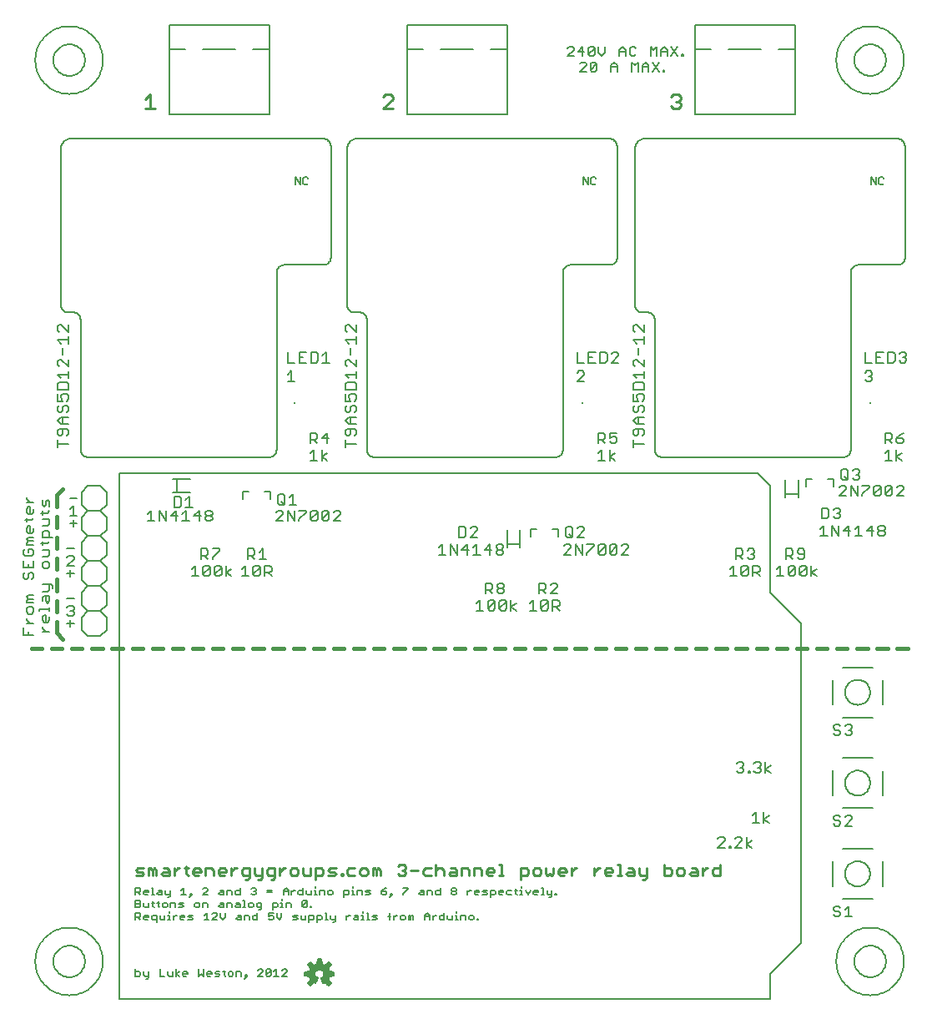
<source format=gto>
G75*
G70*
%OFA0B0*%
%FSLAX24Y24*%
%IPPOS*%
%LPD*%
%AMOC8*
5,1,8,0,0,1.08239X$1,22.5*
%
%ADD10C,0.0080*%
%ADD11C,0.0160*%
%ADD12C,0.0070*%
%ADD13C,0.0060*%
%ADD14C,0.0110*%
%ADD15C,0.0090*%
%ADD16R,0.0079X0.0079*%
%ADD17C,0.0050*%
%ADD18C,0.0059*%
D10*
X002098Y002728D02*
X002100Y002778D01*
X002106Y002828D01*
X002116Y002877D01*
X002130Y002925D01*
X002147Y002972D01*
X002168Y003017D01*
X002193Y003061D01*
X002221Y003102D01*
X002253Y003141D01*
X002287Y003178D01*
X002324Y003212D01*
X002364Y003242D01*
X002406Y003269D01*
X002450Y003293D01*
X002496Y003314D01*
X002543Y003330D01*
X002591Y003343D01*
X002641Y003352D01*
X002690Y003357D01*
X002741Y003358D01*
X002791Y003355D01*
X002840Y003348D01*
X002889Y003337D01*
X002937Y003322D01*
X002983Y003304D01*
X003028Y003282D01*
X003071Y003256D01*
X003112Y003227D01*
X003151Y003195D01*
X003187Y003160D01*
X003219Y003122D01*
X003249Y003082D01*
X003276Y003039D01*
X003299Y002995D01*
X003318Y002949D01*
X003334Y002901D01*
X003346Y002852D01*
X003354Y002803D01*
X003358Y002753D01*
X003358Y002703D01*
X003354Y002653D01*
X003346Y002604D01*
X003334Y002555D01*
X003318Y002507D01*
X003299Y002461D01*
X003276Y002417D01*
X003249Y002374D01*
X003219Y002334D01*
X003187Y002296D01*
X003151Y002261D01*
X003112Y002229D01*
X003071Y002200D01*
X003028Y002174D01*
X002983Y002152D01*
X002937Y002134D01*
X002889Y002119D01*
X002840Y002108D01*
X002791Y002101D01*
X002741Y002098D01*
X002690Y002099D01*
X002641Y002104D01*
X002591Y002113D01*
X002543Y002126D01*
X002496Y002142D01*
X002450Y002163D01*
X002406Y002187D01*
X002364Y002214D01*
X002324Y002244D01*
X002287Y002278D01*
X002253Y002315D01*
X002221Y002354D01*
X002193Y002395D01*
X002168Y002439D01*
X002147Y002484D01*
X002130Y002531D01*
X002116Y002579D01*
X002106Y002628D01*
X002100Y002678D01*
X002098Y002728D01*
X001313Y015768D02*
X000893Y015768D01*
X000893Y016048D01*
X001033Y016228D02*
X001313Y016228D01*
X001173Y016228D02*
X001033Y016368D01*
X001033Y016438D01*
X001103Y016612D02*
X001243Y016612D01*
X001313Y016682D01*
X001313Y016822D01*
X001243Y016892D01*
X001103Y016892D01*
X001033Y016822D01*
X001033Y016682D01*
X001103Y016612D01*
X001033Y017072D02*
X001033Y017142D01*
X001103Y017212D01*
X001033Y017282D01*
X001103Y017352D01*
X001313Y017352D01*
X001313Y017212D02*
X001103Y017212D01*
X001033Y017072D02*
X001313Y017072D01*
X001518Y016807D02*
X001518Y016737D01*
X001518Y016807D02*
X001938Y016807D01*
X001938Y016737D02*
X001938Y016877D01*
X001868Y017044D02*
X001938Y017114D01*
X001938Y017324D01*
X001728Y017324D01*
X001658Y017254D01*
X001658Y017114D01*
X001798Y017114D02*
X001798Y017324D01*
X001868Y017504D02*
X001938Y017574D01*
X001938Y017784D01*
X002008Y017784D02*
X002078Y017714D01*
X002078Y017644D01*
X002008Y017784D02*
X001658Y017784D01*
X001658Y017504D02*
X001868Y017504D01*
X001798Y017114D02*
X001868Y017044D01*
X001798Y016557D02*
X001798Y016276D01*
X001868Y016276D02*
X001728Y016276D01*
X001658Y016347D01*
X001658Y016487D01*
X001728Y016557D01*
X001798Y016557D01*
X001938Y016487D02*
X001938Y016347D01*
X001868Y016276D01*
X001658Y016103D02*
X001658Y016033D01*
X001798Y015893D01*
X001938Y015893D02*
X001658Y015893D01*
X001103Y015908D02*
X001103Y015768D01*
X002643Y016228D02*
X002923Y016228D01*
X002783Y016368D02*
X002783Y016088D01*
X002853Y016518D02*
X002713Y016518D01*
X002643Y016588D01*
X002783Y016728D02*
X002853Y016728D01*
X002923Y016658D01*
X002923Y016588D01*
X002853Y016518D01*
X002853Y016728D02*
X002923Y016798D01*
X002923Y016868D01*
X002853Y016938D01*
X002713Y016938D01*
X002643Y016868D01*
X002643Y017228D02*
X002923Y017228D01*
X002783Y018088D02*
X002783Y018368D01*
X002643Y018228D02*
X002923Y018228D01*
X002923Y018518D02*
X002643Y018518D01*
X002923Y018798D01*
X002923Y018868D01*
X002853Y018938D01*
X002713Y018938D01*
X002643Y018868D01*
X002643Y019228D02*
X002923Y019228D01*
X002908Y020088D02*
X002908Y020368D01*
X002908Y020518D02*
X002908Y020938D01*
X002768Y020798D01*
X002768Y020518D02*
X003048Y020518D01*
X003048Y020228D02*
X002768Y020228D01*
X001938Y020183D02*
X001938Y020393D01*
X001658Y020393D01*
X001658Y020573D02*
X001658Y020713D01*
X001588Y020643D02*
X001868Y020643D01*
X001938Y020713D01*
X001938Y020880D02*
X001938Y021090D01*
X001868Y021160D01*
X001798Y021090D01*
X001798Y020950D01*
X001728Y020880D01*
X001658Y020950D01*
X001658Y021160D01*
X001313Y021062D02*
X001033Y021062D01*
X001173Y021062D02*
X001033Y021202D01*
X001033Y021272D01*
X001103Y020882D02*
X001173Y020882D01*
X001173Y020602D01*
X001243Y020602D02*
X001103Y020602D01*
X001033Y020672D01*
X001033Y020812D01*
X001103Y020882D01*
X001313Y020812D02*
X001313Y020672D01*
X001243Y020602D01*
X001313Y020435D02*
X001243Y020365D01*
X000963Y020365D01*
X001033Y020295D02*
X001033Y020435D01*
X001103Y020115D02*
X001173Y020115D01*
X001173Y019834D01*
X001243Y019834D02*
X001103Y019834D01*
X001033Y019904D01*
X001033Y020044D01*
X001103Y020115D01*
X001313Y020044D02*
X001313Y019904D01*
X001243Y019834D01*
X001313Y019654D02*
X001103Y019654D01*
X001033Y019584D01*
X001103Y019514D01*
X001313Y019514D01*
X001313Y019374D02*
X001033Y019374D01*
X001033Y019444D01*
X001103Y019514D01*
X001103Y019194D02*
X001103Y019054D01*
X001103Y019194D02*
X001243Y019194D01*
X001313Y019124D01*
X001313Y018984D01*
X001243Y018914D01*
X000963Y018914D01*
X000893Y018984D01*
X000893Y019124D01*
X000963Y019194D01*
X000893Y018734D02*
X000893Y018453D01*
X001313Y018453D01*
X001313Y018734D01*
X001103Y018593D02*
X001103Y018453D01*
X001173Y018273D02*
X001103Y018203D01*
X001103Y018063D01*
X001033Y017993D01*
X000963Y017993D01*
X000893Y018063D01*
X000893Y018203D01*
X000963Y018273D01*
X001173Y018273D02*
X001243Y018273D01*
X001313Y018203D01*
X001313Y018063D01*
X001243Y017993D01*
X001728Y018425D02*
X001868Y018425D01*
X001938Y018495D01*
X001938Y018635D01*
X001868Y018705D01*
X001728Y018705D01*
X001658Y018635D01*
X001658Y018495D01*
X001728Y018425D01*
X001658Y018885D02*
X001868Y018885D01*
X001938Y018955D01*
X001938Y019165D01*
X001658Y019165D01*
X001658Y019346D02*
X001658Y019486D01*
X001588Y019416D02*
X001868Y019416D01*
X001938Y019486D01*
X001938Y019652D02*
X001938Y019863D01*
X001868Y019933D01*
X001728Y019933D01*
X001658Y019863D01*
X001658Y019652D01*
X002078Y019652D01*
X001868Y020113D02*
X001938Y020183D01*
X001868Y020113D02*
X001658Y020113D01*
X002768Y021228D02*
X003048Y021228D01*
X003460Y022870D02*
X010743Y022870D01*
X010743Y022869D02*
X010777Y022874D01*
X010810Y022883D01*
X010841Y022895D01*
X010871Y022911D01*
X010900Y022930D01*
X010925Y022952D01*
X010948Y022977D01*
X010969Y023005D01*
X010986Y023034D01*
X011000Y023065D01*
X011010Y023097D01*
X011016Y023131D01*
X011019Y023165D01*
X011019Y030251D01*
X011022Y030285D01*
X011028Y030319D01*
X011038Y030351D01*
X011052Y030382D01*
X011069Y030411D01*
X011090Y030439D01*
X011113Y030464D01*
X011138Y030486D01*
X011167Y030505D01*
X011197Y030521D01*
X011228Y030533D01*
X011261Y030542D01*
X011295Y030547D01*
X011294Y030547D02*
X012909Y030547D01*
X012908Y030546D02*
X012942Y030551D01*
X012975Y030560D01*
X013006Y030572D01*
X013036Y030588D01*
X013065Y030607D01*
X013090Y030629D01*
X013113Y030654D01*
X013134Y030682D01*
X013151Y030711D01*
X013165Y030742D01*
X013175Y030774D01*
X013181Y030808D01*
X013184Y030842D01*
X013184Y035228D01*
X013185Y035227D02*
X013186Y035262D01*
X013184Y035296D01*
X013178Y035330D01*
X013169Y035363D01*
X013157Y035395D01*
X013141Y035425D01*
X013123Y035454D01*
X013101Y035481D01*
X013077Y035505D01*
X013051Y035527D01*
X013022Y035546D01*
X012992Y035562D01*
X012960Y035574D01*
X012927Y035584D01*
X012893Y035590D01*
X012859Y035592D01*
X012824Y035591D01*
X012790Y035586D01*
X002790Y035586D01*
X002790Y035587D02*
X002752Y035585D01*
X002713Y035579D01*
X002676Y035569D01*
X002639Y035555D01*
X002604Y035539D01*
X002571Y035519D01*
X002540Y035495D01*
X002511Y035469D01*
X002485Y035440D01*
X002462Y035409D01*
X002442Y035376D01*
X002425Y035341D01*
X002412Y035304D01*
X002402Y035267D01*
X002396Y035228D01*
X002397Y035228D02*
X002397Y028952D01*
X002398Y028920D01*
X002402Y028888D01*
X002409Y028857D01*
X002420Y028827D01*
X002435Y028798D01*
X002452Y028771D01*
X002473Y028747D01*
X002496Y028724D01*
X002522Y028705D01*
X002549Y028689D01*
X002579Y028675D01*
X002609Y028666D01*
X002641Y028660D01*
X002673Y028657D01*
X002672Y028657D02*
X002909Y028657D01*
X002908Y028657D02*
X002942Y028652D01*
X002975Y028643D01*
X003006Y028631D01*
X003036Y028615D01*
X003065Y028596D01*
X003090Y028574D01*
X003113Y028549D01*
X003134Y028521D01*
X003151Y028492D01*
X003165Y028461D01*
X003175Y028429D01*
X003181Y028395D01*
X003184Y028361D01*
X003184Y028362D02*
X003184Y023126D01*
X003185Y023125D02*
X003193Y023093D01*
X003204Y023061D01*
X003218Y023031D01*
X003236Y023002D01*
X003257Y022976D01*
X003280Y022952D01*
X003306Y022930D01*
X003334Y022912D01*
X003363Y022896D01*
X003395Y022884D01*
X003427Y022875D01*
X003460Y022870D01*
X002688Y023408D02*
X002268Y023408D01*
X002268Y023268D02*
X002268Y023548D01*
X002338Y023728D02*
X002408Y023728D01*
X002478Y023798D01*
X002478Y024008D01*
X002618Y024008D02*
X002338Y024008D01*
X002268Y023938D01*
X002268Y023798D01*
X002338Y023728D01*
X002618Y023728D02*
X002688Y023798D01*
X002688Y023938D01*
X002618Y024008D01*
X002688Y024189D02*
X002408Y024189D01*
X002268Y024329D01*
X002408Y024469D01*
X002688Y024469D01*
X002618Y024649D02*
X002688Y024719D01*
X002688Y024859D01*
X002618Y024929D01*
X002548Y024929D01*
X002478Y024859D01*
X002478Y024719D01*
X002408Y024649D01*
X002338Y024649D01*
X002268Y024719D01*
X002268Y024859D01*
X002338Y024929D01*
X002268Y025109D02*
X002478Y025109D01*
X002408Y025249D01*
X002408Y025319D01*
X002478Y025390D01*
X002618Y025390D01*
X002688Y025319D01*
X002688Y025179D01*
X002618Y025109D01*
X002268Y025109D02*
X002268Y025390D01*
X002268Y025570D02*
X002268Y025780D01*
X002338Y025850D01*
X002618Y025850D01*
X002688Y025780D01*
X002688Y025570D01*
X002268Y025570D01*
X002408Y026030D02*
X002268Y026170D01*
X002688Y026170D01*
X002688Y026030D02*
X002688Y026310D01*
X002688Y026490D02*
X002408Y026771D01*
X002338Y026771D01*
X002268Y026701D01*
X002268Y026560D01*
X002338Y026490D01*
X002688Y026490D02*
X002688Y026771D01*
X002478Y026951D02*
X002478Y027231D01*
X002408Y027411D02*
X002268Y027551D01*
X002688Y027551D01*
X002688Y027411D02*
X002688Y027691D01*
X002688Y027871D02*
X002408Y028152D01*
X002338Y028152D01*
X002268Y028082D01*
X002268Y027941D01*
X002338Y027871D01*
X002688Y027871D02*
X002688Y028152D01*
X002478Y024469D02*
X002478Y024189D01*
X006008Y020738D02*
X005868Y020598D01*
X006008Y020738D02*
X006008Y020318D01*
X005868Y020318D02*
X006148Y020318D01*
X006328Y020318D02*
X006328Y020738D01*
X006608Y020318D01*
X006608Y020738D01*
X006789Y020528D02*
X007069Y020528D01*
X007249Y020598D02*
X007389Y020738D01*
X007389Y020318D01*
X007249Y020318D02*
X007529Y020318D01*
X007709Y020528D02*
X007990Y020528D01*
X008170Y020458D02*
X008240Y020528D01*
X008380Y020528D01*
X008450Y020458D01*
X008450Y020388D01*
X008380Y020318D01*
X008240Y020318D01*
X008170Y020388D01*
X008170Y020458D01*
X008240Y020528D02*
X008170Y020598D01*
X008170Y020668D01*
X008240Y020738D01*
X008380Y020738D01*
X008450Y020668D01*
X008450Y020598D01*
X008380Y020528D01*
X007919Y020318D02*
X007919Y020738D01*
X007709Y020528D01*
X007658Y020868D02*
X007378Y020868D01*
X007518Y020868D02*
X007518Y021288D01*
X007378Y021148D01*
X007198Y021218D02*
X007128Y021288D01*
X006918Y021288D01*
X006918Y020868D01*
X007128Y020868D01*
X007198Y020938D01*
X007198Y021218D01*
X007031Y021472D02*
X007031Y021984D01*
X007582Y021984D01*
X007582Y021472D02*
X007031Y021472D01*
X006874Y021472D01*
X006874Y021984D02*
X007031Y021984D01*
X006999Y020738D02*
X006789Y020528D01*
X006999Y020318D02*
X006999Y020738D01*
X007993Y019213D02*
X008203Y019213D01*
X008273Y019143D01*
X008273Y019003D01*
X008203Y018933D01*
X007993Y018933D01*
X008133Y018933D02*
X008273Y018793D01*
X008453Y018793D02*
X008453Y018863D01*
X008733Y019143D01*
X008733Y019213D01*
X008453Y019213D01*
X007993Y019213D02*
X007993Y018793D01*
X008148Y018538D02*
X008288Y018538D01*
X008358Y018468D01*
X008078Y018188D01*
X008148Y018118D01*
X008288Y018118D01*
X008358Y018188D01*
X008358Y018468D01*
X008539Y018468D02*
X008609Y018538D01*
X008749Y018538D01*
X008819Y018468D01*
X008539Y018188D01*
X008609Y018118D01*
X008749Y018118D01*
X008819Y018188D01*
X008819Y018468D01*
X008999Y018538D02*
X008999Y018118D01*
X008999Y018258D02*
X009209Y018398D01*
X008999Y018258D02*
X009209Y018118D01*
X009618Y018118D02*
X009898Y018118D01*
X009758Y018118D02*
X009758Y018538D01*
X009618Y018398D01*
X010078Y018468D02*
X010078Y018188D01*
X010358Y018468D01*
X010358Y018188D01*
X010288Y018118D01*
X010148Y018118D01*
X010078Y018188D01*
X010078Y018468D02*
X010148Y018538D01*
X010288Y018538D01*
X010358Y018468D01*
X010539Y018538D02*
X010539Y018118D01*
X010539Y018258D02*
X010749Y018258D01*
X010819Y018328D01*
X010819Y018468D01*
X010749Y018538D01*
X010539Y018538D01*
X010608Y018793D02*
X010328Y018793D01*
X010468Y018793D02*
X010468Y019213D01*
X010328Y019073D01*
X010148Y019003D02*
X010078Y018933D01*
X009868Y018933D01*
X010008Y018933D02*
X010148Y018793D01*
X010148Y019003D02*
X010148Y019143D01*
X010078Y019213D01*
X009868Y019213D01*
X009868Y018793D01*
X010679Y018258D02*
X010819Y018118D01*
X010993Y020318D02*
X011273Y020598D01*
X011273Y020668D01*
X011203Y020738D01*
X011063Y020738D01*
X010993Y020668D01*
X011138Y020968D02*
X011068Y021038D01*
X011068Y021318D01*
X011138Y021388D01*
X011278Y021388D01*
X011348Y021318D01*
X011348Y021038D01*
X011278Y020968D01*
X011138Y020968D01*
X011208Y021108D02*
X011348Y020968D01*
X011528Y020968D02*
X011808Y020968D01*
X011668Y020968D02*
X011668Y021388D01*
X011528Y021248D01*
X011453Y020738D02*
X011733Y020318D01*
X011733Y020738D01*
X011914Y020738D02*
X012194Y020738D01*
X012194Y020668D01*
X011914Y020388D01*
X011914Y020318D01*
X011453Y020318D02*
X011453Y020738D01*
X011273Y020318D02*
X010993Y020318D01*
X010779Y021189D02*
X010779Y021503D01*
X010543Y021503D01*
X009913Y021503D02*
X009677Y021503D01*
X009677Y021189D01*
X008539Y018468D02*
X008539Y018188D01*
X008078Y018188D02*
X008078Y018468D01*
X008148Y018538D01*
X007758Y018538D02*
X007758Y018118D01*
X007618Y018118D02*
X007898Y018118D01*
X007618Y018398D02*
X007758Y018538D01*
X012374Y020388D02*
X012654Y020668D01*
X012654Y020388D01*
X012584Y020318D01*
X012444Y020318D01*
X012374Y020388D01*
X012374Y020668D01*
X012444Y020738D01*
X012584Y020738D01*
X012654Y020668D01*
X012834Y020668D02*
X012834Y020388D01*
X013115Y020668D01*
X013115Y020388D01*
X013044Y020318D01*
X012904Y020318D01*
X012834Y020388D01*
X012834Y020668D02*
X012904Y020738D01*
X013044Y020738D01*
X013115Y020668D01*
X013295Y020668D02*
X013365Y020738D01*
X013505Y020738D01*
X013575Y020668D01*
X013575Y020598D01*
X013295Y020318D01*
X013575Y020318D01*
X013038Y022743D02*
X012828Y022883D01*
X013038Y023023D01*
X012828Y023163D02*
X012828Y022743D01*
X012648Y022743D02*
X012368Y022743D01*
X012508Y022743D02*
X012508Y023163D01*
X012368Y023023D01*
X012368Y023418D02*
X012368Y023838D01*
X012578Y023838D01*
X012648Y023768D01*
X012648Y023628D01*
X012578Y023558D01*
X012368Y023558D01*
X012508Y023558D02*
X012648Y023418D01*
X012828Y023628D02*
X013038Y023838D01*
X013038Y023418D01*
X013108Y023628D02*
X012828Y023628D01*
X013768Y023548D02*
X013768Y023268D01*
X013768Y023408D02*
X014188Y023408D01*
X014118Y023728D02*
X014188Y023798D01*
X014188Y023938D01*
X014118Y024008D01*
X013838Y024008D01*
X013768Y023938D01*
X013768Y023798D01*
X013838Y023728D01*
X013908Y023728D01*
X013978Y023798D01*
X013978Y024008D01*
X013978Y024189D02*
X013978Y024469D01*
X013908Y024469D02*
X014188Y024469D01*
X014118Y024649D02*
X014188Y024719D01*
X014188Y024859D01*
X014118Y024929D01*
X014048Y024929D01*
X013978Y024859D01*
X013978Y024719D01*
X013908Y024649D01*
X013838Y024649D01*
X013768Y024719D01*
X013768Y024859D01*
X013838Y024929D01*
X013768Y025109D02*
X013978Y025109D01*
X013908Y025249D01*
X013908Y025319D01*
X013978Y025390D01*
X014118Y025390D01*
X014188Y025319D01*
X014188Y025179D01*
X014118Y025109D01*
X013768Y025109D02*
X013768Y025390D01*
X013768Y025570D02*
X013768Y025780D01*
X013838Y025850D01*
X014118Y025850D01*
X014188Y025780D01*
X014188Y025570D01*
X013768Y025570D01*
X013908Y026030D02*
X013768Y026170D01*
X014188Y026170D01*
X014188Y026030D02*
X014188Y026310D01*
X014188Y026490D02*
X013908Y026771D01*
X013838Y026771D01*
X013768Y026701D01*
X013768Y026560D01*
X013838Y026490D01*
X014188Y026490D02*
X014188Y026771D01*
X013978Y026951D02*
X013978Y027231D01*
X013908Y027411D02*
X013768Y027551D01*
X014188Y027551D01*
X014188Y027411D02*
X014188Y027691D01*
X014188Y027871D02*
X013908Y028152D01*
X013838Y028152D01*
X013768Y028082D01*
X013768Y027941D01*
X013838Y027871D01*
X014188Y027871D02*
X014188Y028152D01*
X014622Y028361D02*
X014619Y028395D01*
X014613Y028429D01*
X014603Y028461D01*
X014589Y028492D01*
X014572Y028521D01*
X014551Y028549D01*
X014528Y028574D01*
X014503Y028596D01*
X014474Y028615D01*
X014444Y028631D01*
X014413Y028643D01*
X014380Y028652D01*
X014346Y028657D01*
X014110Y028657D01*
X014078Y028660D01*
X014046Y028666D01*
X014016Y028675D01*
X013986Y028689D01*
X013959Y028705D01*
X013933Y028724D01*
X013910Y028747D01*
X013889Y028771D01*
X013872Y028798D01*
X013857Y028827D01*
X013846Y028857D01*
X013839Y028888D01*
X013835Y028920D01*
X013834Y028952D01*
X013834Y035228D01*
X014228Y035586D02*
X024228Y035586D01*
X024227Y035586D02*
X024261Y035591D01*
X024296Y035592D01*
X024330Y035590D01*
X024364Y035584D01*
X024397Y035574D01*
X024429Y035562D01*
X024459Y035546D01*
X024488Y035527D01*
X024514Y035505D01*
X024538Y035481D01*
X024560Y035454D01*
X024578Y035425D01*
X024594Y035395D01*
X024606Y035363D01*
X024615Y035330D01*
X024621Y035296D01*
X024623Y035262D01*
X024622Y035227D01*
X024622Y035228D02*
X024622Y030842D01*
X024619Y030808D01*
X024613Y030774D01*
X024603Y030742D01*
X024589Y030711D01*
X024572Y030682D01*
X024551Y030654D01*
X024528Y030629D01*
X024503Y030607D01*
X024474Y030588D01*
X024444Y030572D01*
X024413Y030560D01*
X024380Y030551D01*
X024346Y030546D01*
X024346Y030547D02*
X022732Y030547D01*
X022698Y030542D01*
X022665Y030533D01*
X022634Y030521D01*
X022604Y030505D01*
X022575Y030486D01*
X022550Y030464D01*
X022527Y030439D01*
X022506Y030411D01*
X022489Y030382D01*
X022475Y030351D01*
X022465Y030319D01*
X022459Y030285D01*
X022456Y030251D01*
X022456Y023165D01*
X022453Y023131D01*
X022447Y023097D01*
X022437Y023065D01*
X022423Y023034D01*
X022406Y023005D01*
X022385Y022977D01*
X022362Y022952D01*
X022337Y022930D01*
X022308Y022911D01*
X022278Y022895D01*
X022247Y022883D01*
X022214Y022874D01*
X022180Y022869D01*
X022181Y022870D02*
X014897Y022870D01*
X014864Y022875D01*
X014832Y022884D01*
X014800Y022896D01*
X014771Y022912D01*
X014743Y022930D01*
X014717Y022952D01*
X014694Y022976D01*
X014673Y023002D01*
X014655Y023031D01*
X014641Y023061D01*
X014630Y023093D01*
X014622Y023125D01*
X014622Y023126D02*
X014622Y028362D01*
X013129Y026643D02*
X012849Y026643D01*
X012989Y026643D02*
X012989Y027063D01*
X012849Y026923D01*
X012669Y026993D02*
X012599Y027063D01*
X012389Y027063D01*
X012389Y026643D01*
X012599Y026643D01*
X012669Y026713D01*
X012669Y026993D01*
X012208Y027063D02*
X011928Y027063D01*
X011928Y026643D01*
X012208Y026643D01*
X012068Y026853D02*
X011928Y026853D01*
X011748Y026643D02*
X011468Y026643D01*
X011468Y027063D01*
X011608Y026313D02*
X011608Y025893D01*
X011468Y025893D02*
X011748Y025893D01*
X011468Y026173D02*
X011608Y026313D01*
X013768Y024329D02*
X013908Y024469D01*
X013768Y024329D02*
X013908Y024189D01*
X014188Y024189D01*
X018293Y020088D02*
X018293Y019668D01*
X018503Y019668D01*
X018573Y019738D01*
X018573Y020018D01*
X018503Y020088D01*
X018293Y020088D01*
X018753Y020018D02*
X018823Y020088D01*
X018963Y020088D01*
X019033Y020018D01*
X019033Y019948D01*
X018753Y019668D01*
X019033Y019668D01*
X019014Y019388D02*
X019014Y018968D01*
X018874Y018968D02*
X019154Y018968D01*
X019334Y019178D02*
X019615Y019178D01*
X019795Y019108D02*
X019865Y019178D01*
X020005Y019178D01*
X020075Y019108D01*
X020075Y019038D01*
X020005Y018968D01*
X019865Y018968D01*
X019795Y019038D01*
X019795Y019108D01*
X019865Y019178D02*
X019795Y019248D01*
X019795Y019318D01*
X019865Y019388D01*
X020005Y019388D01*
X020075Y019318D01*
X020075Y019248D01*
X020005Y019178D01*
X020222Y019249D02*
X020222Y019406D01*
X020734Y019406D01*
X020734Y019957D01*
X021177Y020003D02*
X021177Y019689D01*
X021177Y020003D02*
X021413Y020003D01*
X022043Y020003D02*
X022279Y020003D01*
X022279Y019689D01*
X022568Y019738D02*
X022568Y020018D01*
X022638Y020088D01*
X022778Y020088D01*
X022848Y020018D01*
X022848Y019738D01*
X022778Y019668D01*
X022638Y019668D01*
X022568Y019738D01*
X022708Y019808D02*
X022848Y019668D01*
X023028Y019668D02*
X023308Y019948D01*
X023308Y020018D01*
X023238Y020088D01*
X023098Y020088D01*
X023028Y020018D01*
X023028Y019668D02*
X023308Y019668D01*
X023233Y019388D02*
X023233Y018968D01*
X022953Y019388D01*
X022953Y018968D01*
X022773Y018968D02*
X022493Y018968D01*
X022773Y019248D01*
X022773Y019318D01*
X022703Y019388D01*
X022563Y019388D01*
X022493Y019318D01*
X023414Y019388D02*
X023694Y019388D01*
X023694Y019318D01*
X023414Y019038D01*
X023414Y018968D01*
X023874Y019038D02*
X023874Y019318D01*
X023944Y019388D01*
X024084Y019388D01*
X024154Y019318D01*
X023874Y019038D01*
X023944Y018968D01*
X024084Y018968D01*
X024154Y019038D01*
X024154Y019318D01*
X024334Y019318D02*
X024404Y019388D01*
X024544Y019388D01*
X024615Y019318D01*
X024334Y019038D01*
X024404Y018968D01*
X024544Y018968D01*
X024615Y019038D01*
X024615Y019318D01*
X024795Y019318D02*
X024865Y019388D01*
X025005Y019388D01*
X025075Y019318D01*
X025075Y019248D01*
X024795Y018968D01*
X025075Y018968D01*
X024334Y019038D02*
X024334Y019318D01*
X022233Y017768D02*
X022163Y017838D01*
X022023Y017838D01*
X021953Y017768D01*
X021773Y017768D02*
X021773Y017628D01*
X021703Y017558D01*
X021493Y017558D01*
X021633Y017558D02*
X021773Y017418D01*
X021953Y017418D02*
X022233Y017698D01*
X022233Y017768D01*
X022233Y017418D02*
X021953Y017418D01*
X022039Y017163D02*
X022249Y017163D01*
X022319Y017093D01*
X022319Y016953D01*
X022249Y016883D01*
X022039Y016883D01*
X022179Y016883D02*
X022319Y016743D01*
X022039Y016743D02*
X022039Y017163D01*
X021858Y017093D02*
X021788Y017163D01*
X021648Y017163D01*
X021578Y017093D01*
X021578Y016813D01*
X021858Y017093D01*
X021858Y016813D01*
X021788Y016743D01*
X021648Y016743D01*
X021578Y016813D01*
X021398Y016743D02*
X021118Y016743D01*
X021258Y016743D02*
X021258Y017163D01*
X021118Y017023D01*
X021493Y017418D02*
X021493Y017838D01*
X021703Y017838D01*
X021773Y017768D01*
X020584Y017023D02*
X020374Y016883D01*
X020584Y016743D01*
X020374Y016743D02*
X020374Y017163D01*
X020194Y017093D02*
X019914Y016813D01*
X019984Y016743D01*
X020124Y016743D01*
X020194Y016813D01*
X020194Y017093D01*
X020124Y017163D01*
X019984Y017163D01*
X019914Y017093D01*
X019914Y016813D01*
X019733Y016813D02*
X019663Y016743D01*
X019523Y016743D01*
X019453Y016813D01*
X019733Y017093D01*
X019733Y016813D01*
X019453Y016813D02*
X019453Y017093D01*
X019523Y017163D01*
X019663Y017163D01*
X019733Y017093D01*
X019648Y017418D02*
X019508Y017558D01*
X019578Y017558D02*
X019368Y017558D01*
X019368Y017418D02*
X019368Y017838D01*
X019578Y017838D01*
X019648Y017768D01*
X019648Y017628D01*
X019578Y017558D01*
X019828Y017558D02*
X019898Y017628D01*
X020038Y017628D01*
X020108Y017558D01*
X020108Y017488D01*
X020038Y017418D01*
X019898Y017418D01*
X019828Y017488D01*
X019828Y017558D01*
X019898Y017628D02*
X019828Y017698D01*
X019828Y017768D01*
X019898Y017838D01*
X020038Y017838D01*
X020108Y017768D01*
X020108Y017698D01*
X020038Y017628D01*
X019133Y017163D02*
X019133Y016743D01*
X018993Y016743D02*
X019273Y016743D01*
X018993Y017023D02*
X019133Y017163D01*
X019544Y018968D02*
X019544Y019388D01*
X019334Y019178D01*
X019014Y019388D02*
X018874Y019248D01*
X018694Y019178D02*
X018414Y019178D01*
X018624Y019388D01*
X018624Y018968D01*
X018233Y018968D02*
X018233Y019388D01*
X017953Y019388D02*
X017953Y018968D01*
X017773Y018968D02*
X017493Y018968D01*
X017633Y018968D02*
X017633Y019388D01*
X017493Y019248D01*
X017953Y019388D02*
X018233Y018968D01*
X020222Y019406D02*
X020222Y019957D01*
X020734Y019406D02*
X020734Y019249D01*
X023868Y022743D02*
X024148Y022743D01*
X024008Y022743D02*
X024008Y023163D01*
X023868Y023023D01*
X023868Y023418D02*
X023868Y023838D01*
X024078Y023838D01*
X024148Y023768D01*
X024148Y023628D01*
X024078Y023558D01*
X023868Y023558D01*
X024008Y023558D02*
X024148Y023418D01*
X024328Y023488D02*
X024398Y023418D01*
X024538Y023418D01*
X024608Y023488D01*
X024608Y023628D01*
X024538Y023698D01*
X024468Y023698D01*
X024328Y023628D01*
X024328Y023838D01*
X024608Y023838D01*
X025268Y023798D02*
X025338Y023728D01*
X025408Y023728D01*
X025478Y023798D01*
X025478Y024008D01*
X025618Y024008D02*
X025338Y024008D01*
X025268Y023938D01*
X025268Y023798D01*
X025268Y023548D02*
X025268Y023268D01*
X025268Y023408D02*
X025688Y023408D01*
X025618Y023728D02*
X025688Y023798D01*
X025688Y023938D01*
X025618Y024008D01*
X025688Y024189D02*
X025408Y024189D01*
X025268Y024329D01*
X025408Y024469D01*
X025688Y024469D01*
X025618Y024649D02*
X025688Y024719D01*
X025688Y024859D01*
X025618Y024929D01*
X025548Y024929D01*
X025478Y024859D01*
X025478Y024719D01*
X025408Y024649D01*
X025338Y024649D01*
X025268Y024719D01*
X025268Y024859D01*
X025338Y024929D01*
X025268Y025109D02*
X025478Y025109D01*
X025408Y025249D01*
X025408Y025319D01*
X025478Y025390D01*
X025618Y025390D01*
X025688Y025319D01*
X025688Y025179D01*
X025618Y025109D01*
X025268Y025109D02*
X025268Y025390D01*
X025268Y025570D02*
X025268Y025780D01*
X025338Y025850D01*
X025618Y025850D01*
X025688Y025780D01*
X025688Y025570D01*
X025268Y025570D01*
X025408Y026030D02*
X025268Y026170D01*
X025688Y026170D01*
X025688Y026030D02*
X025688Y026310D01*
X025688Y026490D02*
X025408Y026771D01*
X025338Y026771D01*
X025268Y026701D01*
X025268Y026560D01*
X025338Y026490D01*
X025688Y026490D02*
X025688Y026771D01*
X025478Y026951D02*
X025478Y027231D01*
X025408Y027411D02*
X025268Y027551D01*
X025688Y027551D01*
X025688Y027411D02*
X025688Y027691D01*
X025688Y027871D02*
X025408Y028152D01*
X025338Y028152D01*
X025268Y028082D01*
X025268Y027941D01*
X025338Y027871D01*
X025688Y027871D02*
X025688Y028152D01*
X026122Y028361D02*
X026119Y028395D01*
X026113Y028429D01*
X026103Y028461D01*
X026089Y028492D01*
X026072Y028521D01*
X026051Y028549D01*
X026028Y028574D01*
X026003Y028596D01*
X025974Y028615D01*
X025944Y028631D01*
X025913Y028643D01*
X025880Y028652D01*
X025846Y028657D01*
X025610Y028657D01*
X025578Y028660D01*
X025546Y028666D01*
X025516Y028675D01*
X025486Y028689D01*
X025459Y028705D01*
X025433Y028724D01*
X025410Y028747D01*
X025389Y028771D01*
X025372Y028798D01*
X025357Y028827D01*
X025346Y028857D01*
X025339Y028888D01*
X025335Y028920D01*
X025334Y028952D01*
X025334Y035228D01*
X025340Y035267D01*
X025350Y035304D01*
X025363Y035341D01*
X025380Y035376D01*
X025400Y035409D01*
X025423Y035440D01*
X025449Y035469D01*
X025478Y035495D01*
X025509Y035519D01*
X025542Y035539D01*
X025577Y035555D01*
X025614Y035569D01*
X025651Y035579D01*
X025690Y035585D01*
X025728Y035587D01*
X025728Y035586D02*
X035728Y035586D01*
X035727Y035586D02*
X035761Y035591D01*
X035796Y035592D01*
X035830Y035590D01*
X035864Y035584D01*
X035897Y035574D01*
X035929Y035562D01*
X035959Y035546D01*
X035988Y035527D01*
X036014Y035505D01*
X036038Y035481D01*
X036060Y035454D01*
X036078Y035425D01*
X036094Y035395D01*
X036106Y035363D01*
X036115Y035330D01*
X036121Y035296D01*
X036123Y035262D01*
X036122Y035227D01*
X036122Y035228D02*
X036122Y030842D01*
X036119Y030808D01*
X036113Y030774D01*
X036103Y030742D01*
X036089Y030711D01*
X036072Y030682D01*
X036051Y030654D01*
X036028Y030629D01*
X036003Y030607D01*
X035974Y030588D01*
X035944Y030572D01*
X035913Y030560D01*
X035880Y030551D01*
X035846Y030546D01*
X035846Y030547D02*
X034232Y030547D01*
X034198Y030542D01*
X034165Y030533D01*
X034134Y030521D01*
X034104Y030505D01*
X034075Y030486D01*
X034050Y030464D01*
X034027Y030439D01*
X034006Y030411D01*
X033989Y030382D01*
X033975Y030351D01*
X033965Y030319D01*
X033959Y030285D01*
X033956Y030251D01*
X033956Y023165D01*
X033953Y023131D01*
X033947Y023097D01*
X033937Y023065D01*
X033923Y023034D01*
X033906Y023005D01*
X033885Y022977D01*
X033862Y022952D01*
X033837Y022930D01*
X033808Y022911D01*
X033778Y022895D01*
X033747Y022883D01*
X033714Y022874D01*
X033680Y022869D01*
X033681Y022870D02*
X026397Y022870D01*
X026364Y022875D01*
X026332Y022884D01*
X026300Y022896D01*
X026271Y022912D01*
X026243Y022930D01*
X026217Y022952D01*
X026194Y022976D01*
X026173Y023002D01*
X026155Y023031D01*
X026141Y023061D01*
X026130Y023093D01*
X026122Y023125D01*
X026122Y023126D02*
X026122Y028362D01*
X024679Y026993D02*
X024679Y026923D01*
X024399Y026643D01*
X024679Y026643D01*
X024679Y026993D02*
X024609Y027063D01*
X024469Y027063D01*
X024399Y026993D01*
X024219Y026993D02*
X024219Y026713D01*
X024149Y026643D01*
X023939Y026643D01*
X023939Y027063D01*
X024149Y027063D01*
X024219Y026993D01*
X023758Y027063D02*
X023478Y027063D01*
X023478Y026643D01*
X023758Y026643D01*
X023618Y026853D02*
X023478Y026853D01*
X023298Y026643D02*
X023018Y026643D01*
X023018Y027063D01*
X023088Y026313D02*
X023018Y026243D01*
X023088Y026313D02*
X023228Y026313D01*
X023298Y026243D01*
X023298Y026173D01*
X023018Y025893D01*
X023298Y025893D01*
X025478Y024469D02*
X025478Y024189D01*
X024538Y023023D02*
X024328Y022883D01*
X024538Y022743D01*
X024328Y022743D02*
X024328Y023163D01*
X029118Y018398D02*
X029258Y018538D01*
X029258Y018118D01*
X029118Y018118D02*
X029398Y018118D01*
X029578Y018188D02*
X029858Y018468D01*
X029858Y018188D01*
X029788Y018118D01*
X029648Y018118D01*
X029578Y018188D01*
X029578Y018468D01*
X029648Y018538D01*
X029788Y018538D01*
X029858Y018468D01*
X030039Y018538D02*
X030039Y018118D01*
X030039Y018258D02*
X030249Y018258D01*
X030319Y018328D01*
X030319Y018468D01*
X030249Y018538D01*
X030039Y018538D01*
X030038Y018793D02*
X029898Y018793D01*
X029828Y018863D01*
X029648Y018793D02*
X029508Y018933D01*
X029578Y018933D02*
X029368Y018933D01*
X029368Y018793D02*
X029368Y019213D01*
X029578Y019213D01*
X029648Y019143D01*
X029648Y019003D01*
X029578Y018933D01*
X029828Y019143D02*
X029898Y019213D01*
X030038Y019213D01*
X030108Y019143D01*
X030108Y019073D01*
X030038Y019003D01*
X030108Y018933D01*
X030108Y018863D01*
X030038Y018793D01*
X030038Y019003D02*
X029968Y019003D01*
X030179Y018258D02*
X030319Y018118D01*
X030993Y018118D02*
X031273Y018118D01*
X031133Y018118D02*
X031133Y018538D01*
X030993Y018398D01*
X031453Y018468D02*
X031453Y018188D01*
X031733Y018468D01*
X031733Y018188D01*
X031663Y018118D01*
X031523Y018118D01*
X031453Y018188D01*
X031453Y018468D02*
X031523Y018538D01*
X031663Y018538D01*
X031733Y018468D01*
X031914Y018468D02*
X031914Y018188D01*
X032194Y018468D01*
X032194Y018188D01*
X032124Y018118D01*
X031984Y018118D01*
X031914Y018188D01*
X031914Y018468D02*
X031984Y018538D01*
X032124Y018538D01*
X032194Y018468D01*
X032374Y018538D02*
X032374Y018118D01*
X032374Y018258D02*
X032584Y018398D01*
X032374Y018258D02*
X032584Y018118D01*
X032038Y018793D02*
X032108Y018863D01*
X032108Y019143D01*
X032038Y019213D01*
X031898Y019213D01*
X031828Y019143D01*
X031828Y019073D01*
X031898Y019003D01*
X032108Y019003D01*
X032038Y018793D02*
X031898Y018793D01*
X031828Y018863D01*
X031648Y018793D02*
X031508Y018933D01*
X031578Y018933D02*
X031368Y018933D01*
X031368Y018793D02*
X031368Y019213D01*
X031578Y019213D01*
X031648Y019143D01*
X031648Y019003D01*
X031578Y018933D01*
X032743Y019718D02*
X033023Y019718D01*
X032883Y019718D02*
X032883Y020138D01*
X032743Y019998D01*
X033203Y020138D02*
X033483Y019718D01*
X033483Y020138D01*
X033664Y019928D02*
X033944Y019928D01*
X034124Y019998D02*
X034264Y020138D01*
X034264Y019718D01*
X034124Y019718D02*
X034404Y019718D01*
X034584Y019928D02*
X034794Y020138D01*
X034794Y019718D01*
X034865Y019928D02*
X034584Y019928D01*
X035045Y019998D02*
X035045Y020068D01*
X035115Y020138D01*
X035255Y020138D01*
X035325Y020068D01*
X035325Y019998D01*
X035255Y019928D01*
X035115Y019928D01*
X035045Y019998D01*
X035115Y019928D02*
X035045Y019858D01*
X035045Y019788D01*
X035115Y019718D01*
X035255Y019718D01*
X035325Y019788D01*
X035325Y019858D01*
X035255Y019928D01*
X033874Y019718D02*
X033874Y020138D01*
X033664Y019928D01*
X033203Y019718D02*
X033203Y020138D01*
X033323Y020418D02*
X033253Y020488D01*
X033323Y020418D02*
X033463Y020418D01*
X033533Y020488D01*
X033533Y020558D01*
X033463Y020628D01*
X033393Y020628D01*
X033463Y020628D02*
X033533Y020698D01*
X033533Y020768D01*
X033463Y020838D01*
X033323Y020838D01*
X033253Y020768D01*
X033073Y020768D02*
X033003Y020838D01*
X032793Y020838D01*
X032793Y020418D01*
X033003Y020418D01*
X033073Y020488D01*
X033073Y020768D01*
X033493Y021318D02*
X033773Y021598D01*
X033773Y021668D01*
X033703Y021738D01*
X033563Y021738D01*
X033493Y021668D01*
X033279Y021689D02*
X033279Y022003D01*
X033043Y022003D01*
X033568Y022038D02*
X033568Y022318D01*
X033638Y022388D01*
X033778Y022388D01*
X033848Y022318D01*
X033848Y022038D01*
X033778Y021968D01*
X033638Y021968D01*
X033568Y022038D01*
X033708Y022108D02*
X033848Y021968D01*
X034028Y022038D02*
X034098Y021968D01*
X034238Y021968D01*
X034308Y022038D01*
X034308Y022108D01*
X034238Y022178D01*
X034168Y022178D01*
X034238Y022178D02*
X034308Y022248D01*
X034308Y022318D01*
X034238Y022388D01*
X034098Y022388D01*
X034028Y022318D01*
X033953Y021738D02*
X034233Y021318D01*
X034233Y021738D01*
X034414Y021738D02*
X034694Y021738D01*
X034694Y021668D01*
X034414Y021388D01*
X034414Y021318D01*
X033953Y021318D02*
X033953Y021738D01*
X033773Y021318D02*
X033493Y021318D01*
X032413Y022003D02*
X032177Y022003D01*
X032177Y021689D01*
X031859Y021957D02*
X031859Y021406D01*
X031347Y021406D01*
X031347Y021957D01*
X031347Y021406D02*
X031347Y021249D01*
X031859Y021249D02*
X031859Y021406D01*
X034874Y021388D02*
X035154Y021668D01*
X035154Y021388D01*
X035084Y021318D01*
X034944Y021318D01*
X034874Y021388D01*
X034874Y021668D01*
X034944Y021738D01*
X035084Y021738D01*
X035154Y021668D01*
X035334Y021668D02*
X035334Y021388D01*
X035615Y021668D01*
X035615Y021388D01*
X035544Y021318D01*
X035404Y021318D01*
X035334Y021388D01*
X035334Y021668D02*
X035404Y021738D01*
X035544Y021738D01*
X035615Y021668D01*
X035795Y021668D02*
X035865Y021738D01*
X036005Y021738D01*
X036075Y021668D01*
X036075Y021598D01*
X035795Y021318D01*
X036075Y021318D01*
X035988Y022743D02*
X035778Y022883D01*
X035988Y023023D01*
X035778Y023163D02*
X035778Y022743D01*
X035598Y022743D02*
X035318Y022743D01*
X035458Y022743D02*
X035458Y023163D01*
X035318Y023023D01*
X035318Y023418D02*
X035318Y023838D01*
X035528Y023838D01*
X035598Y023768D01*
X035598Y023628D01*
X035528Y023558D01*
X035318Y023558D01*
X035458Y023558D02*
X035598Y023418D01*
X035778Y023488D02*
X035848Y023418D01*
X035988Y023418D01*
X036058Y023488D01*
X036058Y023558D01*
X035988Y023628D01*
X035778Y023628D01*
X035778Y023488D01*
X035778Y023628D02*
X035918Y023768D01*
X036058Y023838D01*
X034728Y025893D02*
X034588Y025893D01*
X034518Y025963D01*
X034658Y026103D02*
X034728Y026103D01*
X034798Y026033D01*
X034798Y025963D01*
X034728Y025893D01*
X034728Y026103D02*
X034798Y026173D01*
X034798Y026243D01*
X034728Y026313D01*
X034588Y026313D01*
X034518Y026243D01*
X034518Y026643D02*
X034798Y026643D01*
X034978Y026643D02*
X034978Y027063D01*
X035258Y027063D01*
X035439Y027063D02*
X035649Y027063D01*
X035719Y026993D01*
X035719Y026713D01*
X035649Y026643D01*
X035439Y026643D01*
X035439Y027063D01*
X035118Y026853D02*
X034978Y026853D01*
X034978Y026643D02*
X035258Y026643D01*
X035899Y026713D02*
X035969Y026643D01*
X036109Y026643D01*
X036179Y026713D01*
X036179Y026783D01*
X036109Y026853D01*
X036039Y026853D01*
X036109Y026853D02*
X036179Y026923D01*
X036179Y026993D01*
X036109Y027063D01*
X035969Y027063D01*
X035899Y026993D01*
X034518Y027063D02*
X034518Y026643D01*
X034098Y038728D02*
X034100Y038778D01*
X034106Y038828D01*
X034116Y038877D01*
X034130Y038925D01*
X034147Y038972D01*
X034168Y039017D01*
X034193Y039061D01*
X034221Y039102D01*
X034253Y039141D01*
X034287Y039178D01*
X034324Y039212D01*
X034364Y039242D01*
X034406Y039269D01*
X034450Y039293D01*
X034496Y039314D01*
X034543Y039330D01*
X034591Y039343D01*
X034641Y039352D01*
X034690Y039357D01*
X034741Y039358D01*
X034791Y039355D01*
X034840Y039348D01*
X034889Y039337D01*
X034937Y039322D01*
X034983Y039304D01*
X035028Y039282D01*
X035071Y039256D01*
X035112Y039227D01*
X035151Y039195D01*
X035187Y039160D01*
X035219Y039122D01*
X035249Y039082D01*
X035276Y039039D01*
X035299Y038995D01*
X035318Y038949D01*
X035334Y038901D01*
X035346Y038852D01*
X035354Y038803D01*
X035358Y038753D01*
X035358Y038703D01*
X035354Y038653D01*
X035346Y038604D01*
X035334Y038555D01*
X035318Y038507D01*
X035299Y038461D01*
X035276Y038417D01*
X035249Y038374D01*
X035219Y038334D01*
X035187Y038296D01*
X035151Y038261D01*
X035112Y038229D01*
X035071Y038200D01*
X035028Y038174D01*
X034983Y038152D01*
X034937Y038134D01*
X034889Y038119D01*
X034840Y038108D01*
X034791Y038101D01*
X034741Y038098D01*
X034690Y038099D01*
X034641Y038104D01*
X034591Y038113D01*
X034543Y038126D01*
X034496Y038142D01*
X034450Y038163D01*
X034406Y038187D01*
X034364Y038214D01*
X034324Y038244D01*
X034287Y038278D01*
X034253Y038315D01*
X034221Y038354D01*
X034193Y038395D01*
X034168Y038439D01*
X034147Y038484D01*
X034130Y038531D01*
X034116Y038579D01*
X034106Y038628D01*
X034100Y038678D01*
X034098Y038728D01*
X014228Y035587D02*
X014190Y035585D01*
X014151Y035579D01*
X014114Y035569D01*
X014077Y035555D01*
X014042Y035539D01*
X014009Y035519D01*
X013978Y035495D01*
X013949Y035469D01*
X013923Y035440D01*
X013900Y035409D01*
X013880Y035376D01*
X013863Y035341D01*
X013850Y035304D01*
X013840Y035267D01*
X013834Y035228D01*
X002098Y038728D02*
X002100Y038778D01*
X002106Y038828D01*
X002116Y038877D01*
X002130Y038925D01*
X002147Y038972D01*
X002168Y039017D01*
X002193Y039061D01*
X002221Y039102D01*
X002253Y039141D01*
X002287Y039178D01*
X002324Y039212D01*
X002364Y039242D01*
X002406Y039269D01*
X002450Y039293D01*
X002496Y039314D01*
X002543Y039330D01*
X002591Y039343D01*
X002641Y039352D01*
X002690Y039357D01*
X002741Y039358D01*
X002791Y039355D01*
X002840Y039348D01*
X002889Y039337D01*
X002937Y039322D01*
X002983Y039304D01*
X003028Y039282D01*
X003071Y039256D01*
X003112Y039227D01*
X003151Y039195D01*
X003187Y039160D01*
X003219Y039122D01*
X003249Y039082D01*
X003276Y039039D01*
X003299Y038995D01*
X003318Y038949D01*
X003334Y038901D01*
X003346Y038852D01*
X003354Y038803D01*
X003358Y038753D01*
X003358Y038703D01*
X003354Y038653D01*
X003346Y038604D01*
X003334Y038555D01*
X003318Y038507D01*
X003299Y038461D01*
X003276Y038417D01*
X003249Y038374D01*
X003219Y038334D01*
X003187Y038296D01*
X003151Y038261D01*
X003112Y038229D01*
X003071Y038200D01*
X003028Y038174D01*
X002983Y038152D01*
X002937Y038134D01*
X002889Y038119D01*
X002840Y038108D01*
X002791Y038101D01*
X002741Y038098D01*
X002690Y038099D01*
X002641Y038104D01*
X002591Y038113D01*
X002543Y038126D01*
X002496Y038142D01*
X002450Y038163D01*
X002406Y038187D01*
X002364Y038214D01*
X002324Y038244D01*
X002287Y038278D01*
X002253Y038315D01*
X002221Y038354D01*
X002193Y038395D01*
X002168Y038439D01*
X002147Y038484D01*
X002130Y038531D01*
X002116Y038579D01*
X002106Y038628D01*
X002100Y038678D01*
X002098Y038728D01*
X029463Y010688D02*
X029603Y010688D01*
X029673Y010618D01*
X029673Y010548D01*
X029603Y010478D01*
X029673Y010408D01*
X029673Y010338D01*
X029603Y010268D01*
X029463Y010268D01*
X029393Y010338D01*
X029533Y010478D02*
X029603Y010478D01*
X029393Y010618D02*
X029463Y010688D01*
X029853Y010338D02*
X029923Y010338D01*
X029923Y010268D01*
X029853Y010268D01*
X029853Y010338D01*
X030083Y010338D02*
X030153Y010268D01*
X030294Y010268D01*
X030364Y010338D01*
X030364Y010408D01*
X030294Y010478D01*
X030224Y010478D01*
X030294Y010478D02*
X030364Y010548D01*
X030364Y010618D01*
X030294Y010688D01*
X030153Y010688D01*
X030083Y010618D01*
X030544Y010688D02*
X030544Y010268D01*
X030544Y010408D02*
X030754Y010548D01*
X030544Y010408D02*
X030754Y010268D01*
X030478Y008688D02*
X030478Y008268D01*
X030478Y008408D02*
X030688Y008548D01*
X030478Y008408D02*
X030688Y008268D01*
X030298Y008268D02*
X030018Y008268D01*
X030158Y008268D02*
X030158Y008688D01*
X030018Y008548D01*
X029794Y007688D02*
X029794Y007268D01*
X029794Y007408D02*
X030004Y007548D01*
X029794Y007408D02*
X030004Y007268D01*
X029614Y007268D02*
X029333Y007268D01*
X029614Y007548D01*
X029614Y007618D01*
X029544Y007688D01*
X029403Y007688D01*
X029333Y007618D01*
X029173Y007338D02*
X029173Y007268D01*
X029103Y007268D01*
X029103Y007338D01*
X029173Y007338D01*
X028923Y007268D02*
X028643Y007268D01*
X028923Y007548D01*
X028923Y007618D01*
X028853Y007688D01*
X028713Y007688D01*
X028643Y007618D01*
X033268Y008213D02*
X033338Y008143D01*
X033478Y008143D01*
X033548Y008213D01*
X033548Y008283D01*
X033478Y008353D01*
X033338Y008353D01*
X033268Y008423D01*
X033268Y008493D01*
X033338Y008563D01*
X033478Y008563D01*
X033548Y008493D01*
X033728Y008493D02*
X033798Y008563D01*
X033938Y008563D01*
X034008Y008493D01*
X034008Y008423D01*
X033728Y008143D01*
X034008Y008143D01*
X033622Y008853D02*
X034834Y008853D01*
X035228Y009365D02*
X035228Y010341D01*
X034834Y010853D02*
X033622Y010853D01*
X033228Y010353D02*
X033228Y009365D01*
X033728Y009853D02*
X033730Y009897D01*
X033736Y009941D01*
X033746Y009984D01*
X033759Y010026D01*
X033776Y010067D01*
X033797Y010106D01*
X033821Y010143D01*
X033848Y010178D01*
X033878Y010210D01*
X033911Y010240D01*
X033947Y010266D01*
X033984Y010290D01*
X034024Y010309D01*
X034065Y010326D01*
X034108Y010338D01*
X034151Y010347D01*
X034195Y010352D01*
X034239Y010353D01*
X034283Y010350D01*
X034327Y010343D01*
X034370Y010332D01*
X034412Y010318D01*
X034452Y010300D01*
X034491Y010278D01*
X034527Y010254D01*
X034561Y010226D01*
X034593Y010195D01*
X034622Y010161D01*
X034648Y010125D01*
X034670Y010087D01*
X034689Y010047D01*
X034704Y010005D01*
X034716Y009963D01*
X034724Y009919D01*
X034728Y009875D01*
X034728Y009831D01*
X034724Y009787D01*
X034716Y009743D01*
X034704Y009701D01*
X034689Y009659D01*
X034670Y009619D01*
X034648Y009581D01*
X034622Y009545D01*
X034593Y009511D01*
X034561Y009480D01*
X034527Y009452D01*
X034491Y009428D01*
X034452Y009406D01*
X034412Y009388D01*
X034370Y009374D01*
X034327Y009363D01*
X034283Y009356D01*
X034239Y009353D01*
X034195Y009354D01*
X034151Y009359D01*
X034108Y009368D01*
X034065Y009380D01*
X034024Y009397D01*
X033984Y009416D01*
X033947Y009440D01*
X033911Y009466D01*
X033878Y009496D01*
X033848Y009528D01*
X033821Y009563D01*
X033797Y009600D01*
X033776Y009639D01*
X033759Y009680D01*
X033746Y009722D01*
X033736Y009765D01*
X033730Y009809D01*
X033728Y009853D01*
X033798Y011768D02*
X033728Y011838D01*
X033798Y011768D02*
X033938Y011768D01*
X034008Y011838D01*
X034008Y011908D01*
X033938Y011978D01*
X033868Y011978D01*
X033938Y011978D02*
X034008Y012048D01*
X034008Y012118D01*
X033938Y012188D01*
X033798Y012188D01*
X033728Y012118D01*
X033548Y012118D02*
X033478Y012188D01*
X033338Y012188D01*
X033268Y012118D01*
X033268Y012048D01*
X033338Y011978D01*
X033478Y011978D01*
X033548Y011908D01*
X033548Y011838D01*
X033478Y011768D01*
X033338Y011768D01*
X033268Y011838D01*
X033622Y012478D02*
X034834Y012478D01*
X035228Y012990D02*
X035228Y013966D01*
X034834Y014478D02*
X033622Y014478D01*
X033228Y013978D02*
X033228Y012990D01*
X033728Y013478D02*
X033730Y013522D01*
X033736Y013566D01*
X033746Y013609D01*
X033759Y013651D01*
X033776Y013692D01*
X033797Y013731D01*
X033821Y013768D01*
X033848Y013803D01*
X033878Y013835D01*
X033911Y013865D01*
X033947Y013891D01*
X033984Y013915D01*
X034024Y013934D01*
X034065Y013951D01*
X034108Y013963D01*
X034151Y013972D01*
X034195Y013977D01*
X034239Y013978D01*
X034283Y013975D01*
X034327Y013968D01*
X034370Y013957D01*
X034412Y013943D01*
X034452Y013925D01*
X034491Y013903D01*
X034527Y013879D01*
X034561Y013851D01*
X034593Y013820D01*
X034622Y013786D01*
X034648Y013750D01*
X034670Y013712D01*
X034689Y013672D01*
X034704Y013630D01*
X034716Y013588D01*
X034724Y013544D01*
X034728Y013500D01*
X034728Y013456D01*
X034724Y013412D01*
X034716Y013368D01*
X034704Y013326D01*
X034689Y013284D01*
X034670Y013244D01*
X034648Y013206D01*
X034622Y013170D01*
X034593Y013136D01*
X034561Y013105D01*
X034527Y013077D01*
X034491Y013053D01*
X034452Y013031D01*
X034412Y013013D01*
X034370Y012999D01*
X034327Y012988D01*
X034283Y012981D01*
X034239Y012978D01*
X034195Y012979D01*
X034151Y012984D01*
X034108Y012993D01*
X034065Y013005D01*
X034024Y013022D01*
X033984Y013041D01*
X033947Y013065D01*
X033911Y013091D01*
X033878Y013121D01*
X033848Y013153D01*
X033821Y013188D01*
X033797Y013225D01*
X033776Y013264D01*
X033759Y013305D01*
X033746Y013347D01*
X033736Y013390D01*
X033730Y013434D01*
X033728Y013478D01*
X033622Y007228D02*
X034834Y007228D01*
X035228Y006716D02*
X035228Y005740D01*
X034834Y005228D02*
X033622Y005228D01*
X033478Y004938D02*
X033338Y004938D01*
X033268Y004868D01*
X033268Y004798D01*
X033338Y004728D01*
X033478Y004728D01*
X033548Y004658D01*
X033548Y004588D01*
X033478Y004518D01*
X033338Y004518D01*
X033268Y004588D01*
X033548Y004868D02*
X033478Y004938D01*
X033728Y004798D02*
X033868Y004938D01*
X033868Y004518D01*
X033728Y004518D02*
X034008Y004518D01*
X033228Y005740D02*
X033228Y006728D01*
X033728Y006228D02*
X033730Y006272D01*
X033736Y006316D01*
X033746Y006359D01*
X033759Y006401D01*
X033776Y006442D01*
X033797Y006481D01*
X033821Y006518D01*
X033848Y006553D01*
X033878Y006585D01*
X033911Y006615D01*
X033947Y006641D01*
X033984Y006665D01*
X034024Y006684D01*
X034065Y006701D01*
X034108Y006713D01*
X034151Y006722D01*
X034195Y006727D01*
X034239Y006728D01*
X034283Y006725D01*
X034327Y006718D01*
X034370Y006707D01*
X034412Y006693D01*
X034452Y006675D01*
X034491Y006653D01*
X034527Y006629D01*
X034561Y006601D01*
X034593Y006570D01*
X034622Y006536D01*
X034648Y006500D01*
X034670Y006462D01*
X034689Y006422D01*
X034704Y006380D01*
X034716Y006338D01*
X034724Y006294D01*
X034728Y006250D01*
X034728Y006206D01*
X034724Y006162D01*
X034716Y006118D01*
X034704Y006076D01*
X034689Y006034D01*
X034670Y005994D01*
X034648Y005956D01*
X034622Y005920D01*
X034593Y005886D01*
X034561Y005855D01*
X034527Y005827D01*
X034491Y005803D01*
X034452Y005781D01*
X034412Y005763D01*
X034370Y005749D01*
X034327Y005738D01*
X034283Y005731D01*
X034239Y005728D01*
X034195Y005729D01*
X034151Y005734D01*
X034108Y005743D01*
X034065Y005755D01*
X034024Y005772D01*
X033984Y005791D01*
X033947Y005815D01*
X033911Y005841D01*
X033878Y005871D01*
X033848Y005903D01*
X033821Y005938D01*
X033797Y005975D01*
X033776Y006014D01*
X033759Y006055D01*
X033746Y006097D01*
X033736Y006140D01*
X033730Y006184D01*
X033728Y006228D01*
X034098Y002728D02*
X034100Y002778D01*
X034106Y002828D01*
X034116Y002877D01*
X034130Y002925D01*
X034147Y002972D01*
X034168Y003017D01*
X034193Y003061D01*
X034221Y003102D01*
X034253Y003141D01*
X034287Y003178D01*
X034324Y003212D01*
X034364Y003242D01*
X034406Y003269D01*
X034450Y003293D01*
X034496Y003314D01*
X034543Y003330D01*
X034591Y003343D01*
X034641Y003352D01*
X034690Y003357D01*
X034741Y003358D01*
X034791Y003355D01*
X034840Y003348D01*
X034889Y003337D01*
X034937Y003322D01*
X034983Y003304D01*
X035028Y003282D01*
X035071Y003256D01*
X035112Y003227D01*
X035151Y003195D01*
X035187Y003160D01*
X035219Y003122D01*
X035249Y003082D01*
X035276Y003039D01*
X035299Y002995D01*
X035318Y002949D01*
X035334Y002901D01*
X035346Y002852D01*
X035354Y002803D01*
X035358Y002753D01*
X035358Y002703D01*
X035354Y002653D01*
X035346Y002604D01*
X035334Y002555D01*
X035318Y002507D01*
X035299Y002461D01*
X035276Y002417D01*
X035249Y002374D01*
X035219Y002334D01*
X035187Y002296D01*
X035151Y002261D01*
X035112Y002229D01*
X035071Y002200D01*
X035028Y002174D01*
X034983Y002152D01*
X034937Y002134D01*
X034889Y002119D01*
X034840Y002108D01*
X034791Y002101D01*
X034741Y002098D01*
X034690Y002099D01*
X034641Y002104D01*
X034591Y002113D01*
X034543Y002126D01*
X034496Y002142D01*
X034450Y002163D01*
X034406Y002187D01*
X034364Y002214D01*
X034324Y002244D01*
X034287Y002278D01*
X034253Y002315D01*
X034221Y002354D01*
X034193Y002395D01*
X034168Y002439D01*
X034147Y002484D01*
X034130Y002531D01*
X034116Y002579D01*
X034106Y002628D01*
X034100Y002678D01*
X034098Y002728D01*
D11*
X034207Y015228D02*
X034618Y015228D01*
X035011Y015228D02*
X035422Y015228D01*
X035816Y015228D02*
X036226Y015228D01*
X033813Y015228D02*
X033403Y015228D01*
X033009Y015228D02*
X032598Y015228D01*
X032205Y015228D02*
X031794Y015228D01*
X031400Y015228D02*
X030990Y015228D01*
X030596Y015228D02*
X030185Y015228D01*
X029791Y015228D02*
X029381Y015228D01*
X028987Y015228D02*
X028576Y015228D01*
X028183Y015228D02*
X027772Y015228D01*
X027378Y015228D02*
X026968Y015228D01*
X026574Y015228D02*
X026163Y015228D01*
X025770Y015228D02*
X025359Y015228D01*
X024965Y015228D02*
X024555Y015228D01*
X024161Y015228D02*
X023750Y015228D01*
X023357Y015228D02*
X022946Y015228D01*
X022552Y015228D02*
X022141Y015228D01*
X021748Y015228D02*
X021337Y015228D01*
X020943Y015228D02*
X020533Y015228D01*
X020139Y015228D02*
X019728Y015228D01*
X019335Y015228D02*
X018924Y015228D01*
X018530Y015228D02*
X018120Y015228D01*
X017726Y015228D02*
X017315Y015228D01*
X016922Y015228D02*
X016511Y015228D01*
X016117Y015228D02*
X015707Y015228D01*
X015313Y015228D02*
X014902Y015228D01*
X014508Y015228D02*
X014098Y015228D01*
X013704Y015228D02*
X013293Y015228D01*
X012900Y015228D02*
X012489Y015228D01*
X012095Y015228D02*
X011685Y015228D01*
X011291Y015228D02*
X010880Y015228D01*
X010487Y015228D02*
X010076Y015228D01*
X009682Y015228D02*
X009272Y015228D01*
X008878Y015228D02*
X008467Y015228D01*
X008074Y015228D02*
X007663Y015228D01*
X007269Y015228D02*
X006858Y015228D01*
X006465Y015228D02*
X006054Y015228D01*
X005660Y015228D02*
X005250Y015228D01*
X004856Y015228D02*
X004445Y015228D01*
X004052Y015228D02*
X003641Y015228D01*
X003247Y015228D02*
X002837Y015228D01*
X002443Y015228D02*
X002032Y015228D01*
X001639Y015228D02*
X001228Y015228D01*
X002228Y015853D02*
X002228Y016301D01*
X002228Y016695D02*
X002228Y017143D01*
X002228Y017537D02*
X002228Y017985D01*
X002228Y018379D02*
X002228Y018827D01*
X002228Y019221D02*
X002228Y019669D01*
X002228Y020063D02*
X002228Y020511D01*
X002228Y020904D02*
X002228Y021353D01*
X002478Y021603D01*
X002228Y015853D02*
X002478Y015603D01*
D12*
X023138Y038263D02*
X023391Y038516D01*
X023391Y038580D01*
X023328Y038643D01*
X023201Y038643D01*
X023138Y038580D01*
X023138Y038263D02*
X023391Y038263D01*
X023552Y038326D02*
X023806Y038580D01*
X023806Y038326D01*
X023742Y038263D01*
X023616Y038263D01*
X023552Y038326D01*
X023552Y038580D01*
X023616Y038643D01*
X023742Y038643D01*
X023806Y038580D01*
X023657Y038888D02*
X023530Y038888D01*
X023467Y038951D01*
X023720Y039205D01*
X023720Y038951D01*
X023657Y038888D01*
X023467Y038951D02*
X023467Y039205D01*
X023530Y039268D01*
X023657Y039268D01*
X023720Y039205D01*
X023881Y039268D02*
X023881Y039015D01*
X024008Y038888D01*
X024134Y039015D01*
X024134Y039268D01*
X024710Y039141D02*
X024836Y039268D01*
X024963Y039141D01*
X024963Y038888D01*
X025124Y038951D02*
X025124Y039205D01*
X025187Y039268D01*
X025314Y039268D01*
X025377Y039205D01*
X025377Y038951D02*
X025314Y038888D01*
X025187Y038888D01*
X025124Y038951D01*
X024963Y039078D02*
X024710Y039078D01*
X024710Y039141D02*
X024710Y038888D01*
X024508Y038643D02*
X024634Y038516D01*
X024634Y038263D01*
X024634Y038453D02*
X024381Y038453D01*
X024381Y038516D02*
X024508Y038643D01*
X024381Y038516D02*
X024381Y038263D01*
X025210Y038263D02*
X025210Y038643D01*
X025336Y038516D01*
X025463Y038643D01*
X025463Y038263D01*
X025624Y038263D02*
X025624Y038516D01*
X025751Y038643D01*
X025877Y038516D01*
X025877Y038263D01*
X026038Y038263D02*
X026292Y038643D01*
X026038Y038643D02*
X026292Y038263D01*
X026453Y038263D02*
X026516Y038263D01*
X026516Y038326D01*
X026453Y038326D01*
X026453Y038263D01*
X025877Y038453D02*
X025624Y038453D01*
X025953Y038888D02*
X025953Y039268D01*
X026079Y039141D01*
X026206Y039268D01*
X026206Y038888D01*
X026367Y038888D02*
X026367Y039141D01*
X026494Y039268D01*
X026620Y039141D01*
X026620Y038888D01*
X026781Y038888D02*
X027035Y039268D01*
X026781Y039268D02*
X027035Y038888D01*
X027196Y038888D02*
X027259Y038888D01*
X027259Y038951D01*
X027196Y038951D01*
X027196Y038888D01*
X026620Y039078D02*
X026367Y039078D01*
X023306Y039078D02*
X023052Y039078D01*
X023242Y039268D01*
X023242Y038888D01*
X022891Y038888D02*
X022638Y038888D01*
X022891Y039141D01*
X022891Y039205D01*
X022828Y039268D01*
X022701Y039268D01*
X022638Y039205D01*
D13*
X020228Y039178D02*
X020228Y040128D01*
X016228Y040128D01*
X016228Y039178D01*
X016228Y036578D01*
X020228Y036578D01*
X020228Y039178D01*
X019578Y039178D01*
X018878Y039178D02*
X017578Y039178D01*
X016878Y039178D02*
X016228Y039178D01*
X012225Y034048D02*
X012128Y034048D01*
X012080Y034000D01*
X012080Y033806D01*
X012128Y033758D01*
X012225Y033758D01*
X012274Y033806D01*
X012274Y034000D02*
X012225Y034048D01*
X011951Y034048D02*
X011951Y033758D01*
X011758Y034048D01*
X011758Y033758D01*
X010728Y036578D02*
X010728Y039178D01*
X010728Y040128D01*
X006728Y040128D01*
X006728Y039178D01*
X006728Y036578D01*
X010728Y036578D01*
X010728Y039178D02*
X010078Y039178D01*
X009378Y039178D02*
X008078Y039178D01*
X007378Y039178D02*
X006728Y039178D01*
X001378Y038728D02*
X001380Y038801D01*
X001386Y038874D01*
X001396Y038946D01*
X001410Y039018D01*
X001427Y039089D01*
X001449Y039159D01*
X001474Y039228D01*
X001503Y039295D01*
X001535Y039360D01*
X001571Y039424D01*
X001611Y039486D01*
X001653Y039545D01*
X001699Y039602D01*
X001748Y039656D01*
X001800Y039708D01*
X001854Y039757D01*
X001911Y039803D01*
X001970Y039845D01*
X002032Y039885D01*
X002096Y039921D01*
X002161Y039953D01*
X002228Y039982D01*
X002297Y040007D01*
X002367Y040029D01*
X002438Y040046D01*
X002510Y040060D01*
X002582Y040070D01*
X002655Y040076D01*
X002728Y040078D01*
X002801Y040076D01*
X002874Y040070D01*
X002946Y040060D01*
X003018Y040046D01*
X003089Y040029D01*
X003159Y040007D01*
X003228Y039982D01*
X003295Y039953D01*
X003360Y039921D01*
X003424Y039885D01*
X003486Y039845D01*
X003545Y039803D01*
X003602Y039757D01*
X003656Y039708D01*
X003708Y039656D01*
X003757Y039602D01*
X003803Y039545D01*
X003845Y039486D01*
X003885Y039424D01*
X003921Y039360D01*
X003953Y039295D01*
X003982Y039228D01*
X004007Y039159D01*
X004029Y039089D01*
X004046Y039018D01*
X004060Y038946D01*
X004070Y038874D01*
X004076Y038801D01*
X004078Y038728D01*
X004076Y038655D01*
X004070Y038582D01*
X004060Y038510D01*
X004046Y038438D01*
X004029Y038367D01*
X004007Y038297D01*
X003982Y038228D01*
X003953Y038161D01*
X003921Y038096D01*
X003885Y038032D01*
X003845Y037970D01*
X003803Y037911D01*
X003757Y037854D01*
X003708Y037800D01*
X003656Y037748D01*
X003602Y037699D01*
X003545Y037653D01*
X003486Y037611D01*
X003424Y037571D01*
X003360Y037535D01*
X003295Y037503D01*
X003228Y037474D01*
X003159Y037449D01*
X003089Y037427D01*
X003018Y037410D01*
X002946Y037396D01*
X002874Y037386D01*
X002801Y037380D01*
X002728Y037378D01*
X002655Y037380D01*
X002582Y037386D01*
X002510Y037396D01*
X002438Y037410D01*
X002367Y037427D01*
X002297Y037449D01*
X002228Y037474D01*
X002161Y037503D01*
X002096Y037535D01*
X002032Y037571D01*
X001970Y037611D01*
X001911Y037653D01*
X001854Y037699D01*
X001800Y037748D01*
X001748Y037800D01*
X001699Y037854D01*
X001653Y037911D01*
X001611Y037970D01*
X001571Y038032D01*
X001535Y038096D01*
X001503Y038161D01*
X001474Y038228D01*
X001449Y038297D01*
X001427Y038367D01*
X001410Y038438D01*
X001396Y038510D01*
X001386Y038582D01*
X001380Y038655D01*
X001378Y038728D01*
X003478Y021728D02*
X003228Y021478D01*
X003228Y020978D01*
X003478Y020728D01*
X003228Y020478D01*
X003228Y019978D01*
X003478Y019728D01*
X003978Y019728D01*
X004228Y019978D01*
X004228Y020478D01*
X003978Y020728D01*
X003478Y020728D01*
X003978Y020728D02*
X004228Y020978D01*
X004228Y021478D01*
X003978Y021728D01*
X003478Y021728D01*
X003478Y019728D02*
X003228Y019478D01*
X003228Y018978D01*
X003478Y018728D01*
X003228Y018478D01*
X003228Y017978D01*
X003478Y017728D01*
X003228Y017478D01*
X003228Y016978D01*
X003478Y016728D01*
X003228Y016478D01*
X003228Y015978D01*
X003478Y015728D01*
X003978Y015728D01*
X004228Y015978D01*
X004228Y016478D01*
X003978Y016728D01*
X003478Y016728D01*
X003978Y016728D02*
X004228Y016978D01*
X004228Y017478D01*
X003978Y017728D01*
X003478Y017728D01*
X003978Y017728D02*
X004228Y017978D01*
X004228Y018478D01*
X003978Y018728D01*
X003478Y018728D01*
X003978Y018728D02*
X004228Y018978D01*
X004228Y019478D01*
X003978Y019728D01*
X012574Y005721D02*
X012574Y005673D01*
X012574Y005576D02*
X012574Y005383D01*
X012526Y005383D02*
X012623Y005383D01*
X012741Y005383D02*
X012741Y005576D01*
X012886Y005576D01*
X012934Y005528D01*
X012934Y005383D01*
X013063Y005431D02*
X013111Y005383D01*
X013208Y005383D01*
X013257Y005431D01*
X013257Y005528D01*
X013208Y005576D01*
X013111Y005576D01*
X013063Y005528D01*
X013063Y005431D01*
X012574Y005576D02*
X012526Y005576D01*
X012397Y005576D02*
X012397Y005383D01*
X012252Y005383D01*
X012204Y005431D01*
X012204Y005576D01*
X012075Y005576D02*
X011930Y005576D01*
X011881Y005528D01*
X011881Y005431D01*
X011930Y005383D01*
X012075Y005383D01*
X012075Y005673D01*
X011758Y005576D02*
X011710Y005576D01*
X011613Y005480D01*
X011613Y005576D02*
X011613Y005383D01*
X011484Y005383D02*
X011484Y005576D01*
X011387Y005673D01*
X011291Y005576D01*
X011291Y005383D01*
X011291Y005528D02*
X011484Y005528D01*
X011232Y005221D02*
X011232Y005173D01*
X011232Y005076D02*
X011232Y004883D01*
X011280Y004883D02*
X011183Y004883D01*
X011055Y004931D02*
X011006Y004883D01*
X010861Y004883D01*
X010861Y004786D02*
X010861Y005076D01*
X011006Y005076D01*
X011055Y005028D01*
X011055Y004931D01*
X011183Y005076D02*
X011232Y005076D01*
X011398Y005076D02*
X011398Y004883D01*
X011398Y005076D02*
X011543Y005076D01*
X011592Y005028D01*
X011592Y004883D01*
X011715Y004576D02*
X011860Y004576D01*
X011812Y004480D02*
X011715Y004480D01*
X011667Y004528D01*
X011715Y004576D01*
X011812Y004480D02*
X011860Y004431D01*
X011812Y004383D01*
X011667Y004383D01*
X011989Y004431D02*
X011989Y004576D01*
X011989Y004431D02*
X012037Y004383D01*
X012182Y004383D01*
X012182Y004576D01*
X012311Y004576D02*
X012456Y004576D01*
X012505Y004528D01*
X012505Y004431D01*
X012456Y004383D01*
X012311Y004383D01*
X012311Y004286D02*
X012311Y004576D01*
X012365Y004883D02*
X012365Y004931D01*
X012413Y004931D01*
X012413Y004883D01*
X012365Y004883D01*
X012236Y004931D02*
X012188Y004883D01*
X012091Y004883D01*
X012043Y004931D01*
X012236Y005125D01*
X012236Y004931D01*
X012043Y004931D02*
X012043Y005125D01*
X012091Y005173D01*
X012188Y005173D01*
X012236Y005125D01*
X012633Y004576D02*
X012779Y004576D01*
X012827Y004528D01*
X012827Y004431D01*
X012779Y004383D01*
X012633Y004383D01*
X012633Y004286D02*
X012633Y004576D01*
X012956Y004673D02*
X013004Y004673D01*
X013004Y004383D01*
X012956Y004383D02*
X013052Y004383D01*
X013170Y004431D02*
X013170Y004576D01*
X013170Y004431D02*
X013219Y004383D01*
X013364Y004383D01*
X013364Y004335D02*
X013316Y004286D01*
X013267Y004286D01*
X013364Y004335D02*
X013364Y004576D01*
X013815Y004576D02*
X013815Y004383D01*
X013815Y004480D02*
X013912Y004576D01*
X013960Y004576D01*
X014132Y004576D02*
X014229Y004576D01*
X014277Y004528D01*
X014277Y004383D01*
X014132Y004383D01*
X014084Y004431D01*
X014132Y004480D01*
X014277Y004480D01*
X014406Y004576D02*
X014454Y004576D01*
X014454Y004383D01*
X014406Y004383D02*
X014502Y004383D01*
X014621Y004383D02*
X014717Y004383D01*
X014669Y004383D02*
X014669Y004673D01*
X014621Y004673D01*
X014454Y004673D02*
X014454Y004721D01*
X014835Y004528D02*
X014884Y004480D01*
X014981Y004480D01*
X015029Y004431D01*
X014981Y004383D01*
X014835Y004383D01*
X014835Y004528D02*
X014884Y004576D01*
X015029Y004576D01*
X015480Y004528D02*
X015577Y004528D01*
X015528Y004625D02*
X015577Y004673D01*
X015528Y004625D02*
X015528Y004383D01*
X015695Y004383D02*
X015695Y004576D01*
X015695Y004480D02*
X015791Y004576D01*
X015840Y004576D01*
X015963Y004528D02*
X015963Y004431D01*
X016012Y004383D01*
X016108Y004383D01*
X016157Y004431D01*
X016157Y004528D01*
X016108Y004576D01*
X016012Y004576D01*
X015963Y004528D01*
X016286Y004576D02*
X016286Y004383D01*
X016382Y004383D02*
X016382Y004528D01*
X016431Y004576D01*
X016479Y004528D01*
X016479Y004383D01*
X016382Y004528D02*
X016334Y004576D01*
X016286Y004576D01*
X016930Y004576D02*
X016930Y004383D01*
X016930Y004528D02*
X017124Y004528D01*
X017124Y004576D02*
X017124Y004383D01*
X017252Y004383D02*
X017252Y004576D01*
X017252Y004480D02*
X017349Y004576D01*
X017397Y004576D01*
X017521Y004528D02*
X017569Y004576D01*
X017714Y004576D01*
X017714Y004673D02*
X017714Y004383D01*
X017569Y004383D01*
X017521Y004431D01*
X017521Y004528D01*
X017843Y004576D02*
X017843Y004431D01*
X017891Y004383D01*
X018037Y004383D01*
X018037Y004576D01*
X018165Y004576D02*
X018214Y004576D01*
X018214Y004383D01*
X018262Y004383D02*
X018165Y004383D01*
X018380Y004383D02*
X018380Y004576D01*
X018525Y004576D01*
X018574Y004528D01*
X018574Y004383D01*
X018702Y004431D02*
X018751Y004383D01*
X018848Y004383D01*
X018896Y004431D01*
X018896Y004528D01*
X018848Y004576D01*
X018751Y004576D01*
X018702Y004528D01*
X018702Y004431D01*
X019025Y004431D02*
X019073Y004431D01*
X019073Y004383D01*
X019025Y004383D01*
X019025Y004431D01*
X018214Y004673D02*
X018214Y004721D01*
X018149Y005383D02*
X018053Y005383D01*
X018004Y005431D01*
X018004Y005480D01*
X018053Y005528D01*
X018149Y005528D01*
X018198Y005480D01*
X018198Y005431D01*
X018149Y005383D01*
X018149Y005528D02*
X018198Y005576D01*
X018198Y005625D01*
X018149Y005673D01*
X018053Y005673D01*
X018004Y005625D01*
X018004Y005576D01*
X018053Y005528D01*
X018649Y005480D02*
X018745Y005576D01*
X018794Y005576D01*
X018917Y005528D02*
X018966Y005576D01*
X019062Y005576D01*
X019111Y005528D01*
X019111Y005480D01*
X018917Y005480D01*
X018917Y005528D02*
X018917Y005431D01*
X018966Y005383D01*
X019062Y005383D01*
X019239Y005383D02*
X019385Y005383D01*
X019433Y005431D01*
X019385Y005480D01*
X019288Y005480D01*
X019239Y005528D01*
X019288Y005576D01*
X019433Y005576D01*
X019562Y005576D02*
X019562Y005286D01*
X019562Y005383D02*
X019707Y005383D01*
X019755Y005431D01*
X019755Y005528D01*
X019707Y005576D01*
X019562Y005576D01*
X019884Y005528D02*
X019932Y005576D01*
X020029Y005576D01*
X020077Y005528D01*
X020077Y005480D01*
X019884Y005480D01*
X019884Y005528D02*
X019884Y005431D01*
X019932Y005383D01*
X020029Y005383D01*
X020206Y005431D02*
X020255Y005383D01*
X020400Y005383D01*
X020577Y005431D02*
X020625Y005383D01*
X020577Y005431D02*
X020577Y005625D01*
X020625Y005576D02*
X020528Y005576D01*
X020400Y005576D02*
X020255Y005576D01*
X020206Y005528D01*
X020206Y005431D01*
X020743Y005383D02*
X020840Y005383D01*
X020792Y005383D02*
X020792Y005576D01*
X020743Y005576D01*
X020792Y005673D02*
X020792Y005721D01*
X020958Y005576D02*
X021055Y005383D01*
X021152Y005576D01*
X021280Y005528D02*
X021329Y005576D01*
X021425Y005576D01*
X021474Y005528D01*
X021474Y005480D01*
X021280Y005480D01*
X021280Y005528D02*
X021280Y005431D01*
X021329Y005383D01*
X021425Y005383D01*
X021603Y005383D02*
X021699Y005383D01*
X021651Y005383D02*
X021651Y005673D01*
X021603Y005673D01*
X021817Y005576D02*
X021817Y005431D01*
X021866Y005383D01*
X022011Y005383D01*
X022011Y005335D02*
X021963Y005286D01*
X021914Y005286D01*
X022011Y005335D02*
X022011Y005576D01*
X022140Y005431D02*
X022188Y005431D01*
X022188Y005383D01*
X022140Y005383D01*
X022140Y005431D01*
X018649Y005383D02*
X018649Y005576D01*
X017553Y005576D02*
X017408Y005576D01*
X017360Y005528D01*
X017360Y005431D01*
X017408Y005383D01*
X017553Y005383D01*
X017553Y005673D01*
X017231Y005528D02*
X017231Y005383D01*
X017231Y005528D02*
X017183Y005576D01*
X017037Y005576D01*
X017037Y005383D01*
X016909Y005383D02*
X016764Y005383D01*
X016715Y005431D01*
X016764Y005480D01*
X016909Y005480D01*
X016909Y005528D02*
X016909Y005383D01*
X016909Y005528D02*
X016860Y005576D01*
X016764Y005576D01*
X016264Y005625D02*
X016071Y005431D01*
X016071Y005383D01*
X016071Y005673D02*
X016264Y005673D01*
X016264Y005625D01*
X015630Y005431D02*
X015582Y005431D01*
X015582Y005383D01*
X015630Y005383D01*
X015630Y005431D01*
X015630Y005383D02*
X015534Y005286D01*
X015405Y005431D02*
X015405Y005480D01*
X015356Y005528D01*
X015211Y005528D01*
X015211Y005431D01*
X015260Y005383D01*
X015356Y005383D01*
X015405Y005431D01*
X015308Y005625D02*
X015211Y005528D01*
X015308Y005625D02*
X015405Y005673D01*
X014760Y005576D02*
X014615Y005576D01*
X014567Y005528D01*
X014615Y005480D01*
X014712Y005480D01*
X014760Y005431D01*
X014712Y005383D01*
X014567Y005383D01*
X014438Y005383D02*
X014438Y005528D01*
X014390Y005576D01*
X014245Y005576D01*
X014245Y005383D01*
X014127Y005383D02*
X014030Y005383D01*
X014078Y005383D02*
X014078Y005576D01*
X014030Y005576D01*
X014078Y005673D02*
X014078Y005721D01*
X013901Y005528D02*
X013853Y005576D01*
X013708Y005576D01*
X013708Y005286D01*
X013708Y005383D02*
X013853Y005383D01*
X013901Y005431D01*
X013901Y005528D01*
X011216Y004673D02*
X011216Y004480D01*
X011119Y004383D01*
X011022Y004480D01*
X011022Y004673D01*
X010893Y004673D02*
X010700Y004673D01*
X010700Y004528D01*
X010797Y004576D01*
X010845Y004576D01*
X010893Y004528D01*
X010893Y004431D01*
X010845Y004383D01*
X010748Y004383D01*
X010700Y004431D01*
X010249Y004383D02*
X010249Y004673D01*
X010249Y004576D02*
X010104Y004576D01*
X010055Y004528D01*
X010055Y004431D01*
X010104Y004383D01*
X010249Y004383D01*
X009927Y004383D02*
X009927Y004528D01*
X009878Y004576D01*
X009733Y004576D01*
X009733Y004383D01*
X009604Y004383D02*
X009459Y004383D01*
X009411Y004431D01*
X009459Y004480D01*
X009604Y004480D01*
X009604Y004528D02*
X009604Y004383D01*
X009604Y004528D02*
X009556Y004576D01*
X009459Y004576D01*
X009406Y004883D02*
X009357Y004931D01*
X009406Y004980D01*
X009551Y004980D01*
X009551Y005028D02*
X009551Y004883D01*
X009406Y004883D01*
X009228Y004883D02*
X009228Y005028D01*
X009180Y005076D01*
X009035Y005076D01*
X009035Y004883D01*
X008906Y004883D02*
X008906Y005028D01*
X008858Y005076D01*
X008761Y005076D01*
X008761Y004980D02*
X008906Y004980D01*
X008906Y004883D02*
X008761Y004883D01*
X008713Y004931D01*
X008761Y004980D01*
X008766Y004673D02*
X008766Y004480D01*
X008863Y004383D01*
X008960Y004480D01*
X008960Y004673D01*
X008638Y004625D02*
X008589Y004673D01*
X008493Y004673D01*
X008444Y004625D01*
X008638Y004625D02*
X008638Y004576D01*
X008444Y004383D01*
X008638Y004383D01*
X008315Y004383D02*
X008122Y004383D01*
X008219Y004383D02*
X008219Y004673D01*
X008122Y004576D01*
X008068Y004883D02*
X008068Y005076D01*
X008213Y005076D01*
X008262Y005028D01*
X008262Y004883D01*
X007939Y004931D02*
X007939Y005028D01*
X007891Y005076D01*
X007794Y005076D01*
X007746Y005028D01*
X007746Y004931D01*
X007794Y004883D01*
X007891Y004883D01*
X007939Y004931D01*
X007671Y004576D02*
X007526Y004576D01*
X007477Y004528D01*
X007526Y004480D01*
X007623Y004480D01*
X007671Y004431D01*
X007623Y004383D01*
X007477Y004383D01*
X007349Y004480D02*
X007155Y004480D01*
X007155Y004528D02*
X007155Y004431D01*
X007204Y004383D01*
X007300Y004383D01*
X007349Y004480D02*
X007349Y004528D01*
X007300Y004576D01*
X007204Y004576D01*
X007155Y004528D01*
X007032Y004576D02*
X006983Y004576D01*
X006887Y004480D01*
X006887Y004576D02*
X006887Y004383D01*
X006769Y004383D02*
X006672Y004383D01*
X006720Y004383D02*
X006720Y004576D01*
X006672Y004576D01*
X006720Y004673D02*
X006720Y004721D01*
X006779Y004883D02*
X006779Y005076D01*
X006924Y005076D01*
X006973Y005028D01*
X006973Y004883D01*
X007102Y004883D02*
X007247Y004883D01*
X007295Y004931D01*
X007247Y004980D01*
X007150Y004980D01*
X007102Y005028D01*
X007150Y005076D01*
X007295Y005076D01*
X007306Y005383D02*
X007306Y005673D01*
X007209Y005576D01*
X007209Y005383D02*
X007402Y005383D01*
X007531Y005286D02*
X007628Y005383D01*
X007580Y005383D01*
X007580Y005431D01*
X007628Y005431D01*
X007628Y005383D01*
X008068Y005383D02*
X008262Y005576D01*
X008262Y005625D01*
X008213Y005673D01*
X008117Y005673D01*
X008068Y005625D01*
X008068Y005383D02*
X008262Y005383D01*
X008713Y005431D02*
X008761Y005480D01*
X008906Y005480D01*
X008906Y005528D02*
X008906Y005383D01*
X008761Y005383D01*
X008713Y005431D01*
X008761Y005576D02*
X008858Y005576D01*
X008906Y005528D01*
X009035Y005576D02*
X009180Y005576D01*
X009228Y005528D01*
X009228Y005383D01*
X009357Y005431D02*
X009357Y005528D01*
X009406Y005576D01*
X009551Y005576D01*
X009551Y005673D02*
X009551Y005383D01*
X009406Y005383D01*
X009357Y005431D01*
X009035Y005383D02*
X009035Y005576D01*
X009406Y005076D02*
X009502Y005076D01*
X009551Y005028D01*
X009679Y005173D02*
X009728Y005173D01*
X009728Y004883D01*
X009776Y004883D02*
X009679Y004883D01*
X009894Y004931D02*
X009943Y004883D01*
X010039Y004883D01*
X010088Y004931D01*
X010088Y005028D01*
X010039Y005076D01*
X009943Y005076D01*
X009894Y005028D01*
X009894Y004931D01*
X010217Y004931D02*
X010265Y004883D01*
X010410Y004883D01*
X010410Y004835D02*
X010410Y005076D01*
X010265Y005076D01*
X010217Y005028D01*
X010217Y004931D01*
X010313Y004786D02*
X010362Y004786D01*
X010410Y004835D01*
X010147Y005383D02*
X010050Y005383D01*
X010002Y005431D01*
X010098Y005528D02*
X010147Y005528D01*
X010195Y005480D01*
X010195Y005431D01*
X010147Y005383D01*
X010147Y005528D02*
X010195Y005576D01*
X010195Y005625D01*
X010147Y005673D01*
X010050Y005673D01*
X010002Y005625D01*
X010646Y005576D02*
X010840Y005576D01*
X010840Y005480D02*
X010646Y005480D01*
X010641Y002423D02*
X010738Y002423D01*
X010786Y002375D01*
X010593Y002181D01*
X010641Y002133D01*
X010738Y002133D01*
X010786Y002181D01*
X010786Y002375D01*
X010915Y002326D02*
X011011Y002423D01*
X011011Y002133D01*
X010915Y002133D02*
X011108Y002133D01*
X011237Y002133D02*
X011430Y002326D01*
X011430Y002375D01*
X011382Y002423D01*
X011285Y002423D01*
X011237Y002375D01*
X011237Y002133D02*
X011430Y002133D01*
X010593Y002181D02*
X010593Y002375D01*
X010641Y002423D01*
X010464Y002375D02*
X010415Y002423D01*
X010319Y002423D01*
X010270Y002375D01*
X010464Y002375D02*
X010464Y002326D01*
X010270Y002133D01*
X010464Y002133D01*
X009830Y002133D02*
X009782Y002133D01*
X009782Y002181D01*
X009830Y002181D01*
X009830Y002133D01*
X009733Y002036D01*
X009604Y002133D02*
X009604Y002278D01*
X009556Y002326D01*
X009411Y002326D01*
X009411Y002133D01*
X009282Y002181D02*
X009282Y002278D01*
X009234Y002326D01*
X009137Y002326D01*
X009089Y002278D01*
X009089Y002181D01*
X009137Y002133D01*
X009234Y002133D01*
X009282Y002181D01*
X008971Y002133D02*
X008922Y002181D01*
X008922Y002375D01*
X008874Y002326D02*
X008971Y002326D01*
X008745Y002326D02*
X008600Y002326D01*
X008552Y002278D01*
X008600Y002230D01*
X008697Y002230D01*
X008745Y002181D01*
X008697Y002133D01*
X008552Y002133D01*
X008423Y002230D02*
X008229Y002230D01*
X008229Y002278D02*
X008278Y002326D01*
X008374Y002326D01*
X008423Y002278D01*
X008423Y002230D01*
X008374Y002133D02*
X008278Y002133D01*
X008229Y002181D01*
X008229Y002278D01*
X008101Y002133D02*
X008101Y002423D01*
X007907Y002423D02*
X007907Y002133D01*
X008004Y002230D01*
X008101Y002133D01*
X007456Y002230D02*
X007263Y002230D01*
X007263Y002278D02*
X007311Y002326D01*
X007408Y002326D01*
X007456Y002278D01*
X007456Y002230D01*
X007408Y002133D02*
X007311Y002133D01*
X007263Y002181D01*
X007263Y002278D01*
X007139Y002326D02*
X006994Y002230D01*
X007139Y002133D01*
X006994Y002133D02*
X006994Y002423D01*
X006865Y002326D02*
X006865Y002133D01*
X006720Y002133D01*
X006672Y002181D01*
X006672Y002326D01*
X006543Y002133D02*
X006350Y002133D01*
X006350Y002423D01*
X005899Y002326D02*
X005899Y002085D01*
X005850Y002036D01*
X005802Y002036D01*
X005753Y002133D02*
X005899Y002133D01*
X005753Y002133D02*
X005705Y002181D01*
X005705Y002326D01*
X005576Y002278D02*
X005528Y002326D01*
X005383Y002326D01*
X005383Y002423D02*
X005383Y002133D01*
X005528Y002133D01*
X005576Y002181D01*
X005576Y002278D01*
X005576Y004383D02*
X005480Y004480D01*
X005528Y004480D02*
X005383Y004480D01*
X005383Y004383D02*
X005383Y004673D01*
X005528Y004673D01*
X005576Y004625D01*
X005576Y004528D01*
X005528Y004480D01*
X005705Y004480D02*
X005899Y004480D01*
X005899Y004528D01*
X005850Y004576D01*
X005753Y004576D01*
X005705Y004528D01*
X005705Y004431D01*
X005753Y004383D01*
X005850Y004383D01*
X006027Y004431D02*
X006027Y004528D01*
X006076Y004576D01*
X006221Y004576D01*
X006221Y004286D01*
X006221Y004383D02*
X006076Y004383D01*
X006027Y004431D01*
X006350Y004431D02*
X006398Y004383D01*
X006543Y004383D01*
X006543Y004576D01*
X006350Y004576D02*
X006350Y004431D01*
X006339Y004883D02*
X006291Y004931D01*
X006291Y005125D01*
X006339Y005076D02*
X006242Y005076D01*
X006124Y005076D02*
X006027Y005076D01*
X006076Y005125D02*
X006076Y004931D01*
X006124Y004883D01*
X005899Y004883D02*
X005899Y005076D01*
X005899Y004883D02*
X005753Y004883D01*
X005705Y004931D01*
X005705Y005076D01*
X005576Y005076D02*
X005528Y005028D01*
X005383Y005028D01*
X005528Y005028D02*
X005576Y004980D01*
X005576Y004931D01*
X005528Y004883D01*
X005383Y004883D01*
X005383Y005173D01*
X005528Y005173D01*
X005576Y005125D01*
X005576Y005076D01*
X005576Y005383D02*
X005480Y005480D01*
X005528Y005480D02*
X005383Y005480D01*
X005383Y005383D02*
X005383Y005673D01*
X005528Y005673D01*
X005576Y005625D01*
X005576Y005528D01*
X005528Y005480D01*
X005705Y005480D02*
X005899Y005480D01*
X005899Y005528D01*
X005850Y005576D01*
X005753Y005576D01*
X005705Y005528D01*
X005705Y005431D01*
X005753Y005383D01*
X005850Y005383D01*
X006027Y005383D02*
X006124Y005383D01*
X006076Y005383D02*
X006076Y005673D01*
X006027Y005673D01*
X006291Y005576D02*
X006387Y005576D01*
X006436Y005528D01*
X006436Y005383D01*
X006291Y005383D01*
X006242Y005431D01*
X006291Y005480D01*
X006436Y005480D01*
X006564Y005431D02*
X006613Y005383D01*
X006758Y005383D01*
X006758Y005335D02*
X006710Y005286D01*
X006661Y005286D01*
X006758Y005335D02*
X006758Y005576D01*
X006564Y005576D02*
X006564Y005431D01*
X006602Y005076D02*
X006505Y005076D01*
X006457Y005028D01*
X006457Y004931D01*
X006505Y004883D01*
X006602Y004883D01*
X006651Y004931D01*
X006651Y005028D01*
X006602Y005076D01*
X001378Y002728D02*
X001380Y002801D01*
X001386Y002874D01*
X001396Y002946D01*
X001410Y003018D01*
X001427Y003089D01*
X001449Y003159D01*
X001474Y003228D01*
X001503Y003295D01*
X001535Y003360D01*
X001571Y003424D01*
X001611Y003486D01*
X001653Y003545D01*
X001699Y003602D01*
X001748Y003656D01*
X001800Y003708D01*
X001854Y003757D01*
X001911Y003803D01*
X001970Y003845D01*
X002032Y003885D01*
X002096Y003921D01*
X002161Y003953D01*
X002228Y003982D01*
X002297Y004007D01*
X002367Y004029D01*
X002438Y004046D01*
X002510Y004060D01*
X002582Y004070D01*
X002655Y004076D01*
X002728Y004078D01*
X002801Y004076D01*
X002874Y004070D01*
X002946Y004060D01*
X003018Y004046D01*
X003089Y004029D01*
X003159Y004007D01*
X003228Y003982D01*
X003295Y003953D01*
X003360Y003921D01*
X003424Y003885D01*
X003486Y003845D01*
X003545Y003803D01*
X003602Y003757D01*
X003656Y003708D01*
X003708Y003656D01*
X003757Y003602D01*
X003803Y003545D01*
X003845Y003486D01*
X003885Y003424D01*
X003921Y003360D01*
X003953Y003295D01*
X003982Y003228D01*
X004007Y003159D01*
X004029Y003089D01*
X004046Y003018D01*
X004060Y002946D01*
X004070Y002874D01*
X004076Y002801D01*
X004078Y002728D01*
X004076Y002655D01*
X004070Y002582D01*
X004060Y002510D01*
X004046Y002438D01*
X004029Y002367D01*
X004007Y002297D01*
X003982Y002228D01*
X003953Y002161D01*
X003921Y002096D01*
X003885Y002032D01*
X003845Y001970D01*
X003803Y001911D01*
X003757Y001854D01*
X003708Y001800D01*
X003656Y001748D01*
X003602Y001699D01*
X003545Y001653D01*
X003486Y001611D01*
X003424Y001571D01*
X003360Y001535D01*
X003295Y001503D01*
X003228Y001474D01*
X003159Y001449D01*
X003089Y001427D01*
X003018Y001410D01*
X002946Y001396D01*
X002874Y001386D01*
X002801Y001380D01*
X002728Y001378D01*
X002655Y001380D01*
X002582Y001386D01*
X002510Y001396D01*
X002438Y001410D01*
X002367Y001427D01*
X002297Y001449D01*
X002228Y001474D01*
X002161Y001503D01*
X002096Y001535D01*
X002032Y001571D01*
X001970Y001611D01*
X001911Y001653D01*
X001854Y001699D01*
X001800Y001748D01*
X001748Y001800D01*
X001699Y001854D01*
X001653Y001911D01*
X001611Y001970D01*
X001571Y002032D01*
X001535Y002096D01*
X001503Y002161D01*
X001474Y002228D01*
X001449Y002297D01*
X001427Y002367D01*
X001410Y002438D01*
X001396Y002510D01*
X001386Y002582D01*
X001380Y002655D01*
X001378Y002728D01*
X016930Y004576D02*
X017027Y004673D01*
X017124Y004576D01*
X033378Y002728D02*
X033380Y002801D01*
X033386Y002874D01*
X033396Y002946D01*
X033410Y003018D01*
X033427Y003089D01*
X033449Y003159D01*
X033474Y003228D01*
X033503Y003295D01*
X033535Y003360D01*
X033571Y003424D01*
X033611Y003486D01*
X033653Y003545D01*
X033699Y003602D01*
X033748Y003656D01*
X033800Y003708D01*
X033854Y003757D01*
X033911Y003803D01*
X033970Y003845D01*
X034032Y003885D01*
X034096Y003921D01*
X034161Y003953D01*
X034228Y003982D01*
X034297Y004007D01*
X034367Y004029D01*
X034438Y004046D01*
X034510Y004060D01*
X034582Y004070D01*
X034655Y004076D01*
X034728Y004078D01*
X034801Y004076D01*
X034874Y004070D01*
X034946Y004060D01*
X035018Y004046D01*
X035089Y004029D01*
X035159Y004007D01*
X035228Y003982D01*
X035295Y003953D01*
X035360Y003921D01*
X035424Y003885D01*
X035486Y003845D01*
X035545Y003803D01*
X035602Y003757D01*
X035656Y003708D01*
X035708Y003656D01*
X035757Y003602D01*
X035803Y003545D01*
X035845Y003486D01*
X035885Y003424D01*
X035921Y003360D01*
X035953Y003295D01*
X035982Y003228D01*
X036007Y003159D01*
X036029Y003089D01*
X036046Y003018D01*
X036060Y002946D01*
X036070Y002874D01*
X036076Y002801D01*
X036078Y002728D01*
X036076Y002655D01*
X036070Y002582D01*
X036060Y002510D01*
X036046Y002438D01*
X036029Y002367D01*
X036007Y002297D01*
X035982Y002228D01*
X035953Y002161D01*
X035921Y002096D01*
X035885Y002032D01*
X035845Y001970D01*
X035803Y001911D01*
X035757Y001854D01*
X035708Y001800D01*
X035656Y001748D01*
X035602Y001699D01*
X035545Y001653D01*
X035486Y001611D01*
X035424Y001571D01*
X035360Y001535D01*
X035295Y001503D01*
X035228Y001474D01*
X035159Y001449D01*
X035089Y001427D01*
X035018Y001410D01*
X034946Y001396D01*
X034874Y001386D01*
X034801Y001380D01*
X034728Y001378D01*
X034655Y001380D01*
X034582Y001386D01*
X034510Y001396D01*
X034438Y001410D01*
X034367Y001427D01*
X034297Y001449D01*
X034228Y001474D01*
X034161Y001503D01*
X034096Y001535D01*
X034032Y001571D01*
X033970Y001611D01*
X033911Y001653D01*
X033854Y001699D01*
X033800Y001748D01*
X033748Y001800D01*
X033699Y001854D01*
X033653Y001911D01*
X033611Y001970D01*
X033571Y002032D01*
X033535Y002096D01*
X033503Y002161D01*
X033474Y002228D01*
X033449Y002297D01*
X033427Y002367D01*
X033410Y002438D01*
X033396Y002510D01*
X033386Y002582D01*
X033380Y002655D01*
X033378Y002728D01*
X034758Y033758D02*
X034758Y034048D01*
X034951Y033758D01*
X034951Y034048D01*
X035080Y034000D02*
X035080Y033806D01*
X035128Y033758D01*
X035225Y033758D01*
X035274Y033806D01*
X035274Y034000D02*
X035225Y034048D01*
X035128Y034048D01*
X035080Y034000D01*
X031728Y036578D02*
X031728Y039178D01*
X031728Y040128D01*
X027728Y040128D01*
X027728Y039178D01*
X027728Y036578D01*
X031728Y036578D01*
X031728Y039178D02*
X031078Y039178D01*
X030378Y039178D02*
X029078Y039178D01*
X028378Y039178D02*
X027728Y039178D01*
X023725Y034048D02*
X023628Y034048D01*
X023580Y034000D01*
X023580Y033806D01*
X023628Y033758D01*
X023725Y033758D01*
X023774Y033806D01*
X023774Y034000D02*
X023725Y034048D01*
X023451Y034048D02*
X023451Y033758D01*
X023258Y034048D01*
X023258Y033758D01*
X033378Y038728D02*
X033380Y038801D01*
X033386Y038874D01*
X033396Y038946D01*
X033410Y039018D01*
X033427Y039089D01*
X033449Y039159D01*
X033474Y039228D01*
X033503Y039295D01*
X033535Y039360D01*
X033571Y039424D01*
X033611Y039486D01*
X033653Y039545D01*
X033699Y039602D01*
X033748Y039656D01*
X033800Y039708D01*
X033854Y039757D01*
X033911Y039803D01*
X033970Y039845D01*
X034032Y039885D01*
X034096Y039921D01*
X034161Y039953D01*
X034228Y039982D01*
X034297Y040007D01*
X034367Y040029D01*
X034438Y040046D01*
X034510Y040060D01*
X034582Y040070D01*
X034655Y040076D01*
X034728Y040078D01*
X034801Y040076D01*
X034874Y040070D01*
X034946Y040060D01*
X035018Y040046D01*
X035089Y040029D01*
X035159Y040007D01*
X035228Y039982D01*
X035295Y039953D01*
X035360Y039921D01*
X035424Y039885D01*
X035486Y039845D01*
X035545Y039803D01*
X035602Y039757D01*
X035656Y039708D01*
X035708Y039656D01*
X035757Y039602D01*
X035803Y039545D01*
X035845Y039486D01*
X035885Y039424D01*
X035921Y039360D01*
X035953Y039295D01*
X035982Y039228D01*
X036007Y039159D01*
X036029Y039089D01*
X036046Y039018D01*
X036060Y038946D01*
X036070Y038874D01*
X036076Y038801D01*
X036078Y038728D01*
X036076Y038655D01*
X036070Y038582D01*
X036060Y038510D01*
X036046Y038438D01*
X036029Y038367D01*
X036007Y038297D01*
X035982Y038228D01*
X035953Y038161D01*
X035921Y038096D01*
X035885Y038032D01*
X035845Y037970D01*
X035803Y037911D01*
X035757Y037854D01*
X035708Y037800D01*
X035656Y037748D01*
X035602Y037699D01*
X035545Y037653D01*
X035486Y037611D01*
X035424Y037571D01*
X035360Y037535D01*
X035295Y037503D01*
X035228Y037474D01*
X035159Y037449D01*
X035089Y037427D01*
X035018Y037410D01*
X034946Y037396D01*
X034874Y037386D01*
X034801Y037380D01*
X034728Y037378D01*
X034655Y037380D01*
X034582Y037386D01*
X034510Y037396D01*
X034438Y037410D01*
X034367Y037427D01*
X034297Y037449D01*
X034228Y037474D01*
X034161Y037503D01*
X034096Y037535D01*
X034032Y037571D01*
X033970Y037611D01*
X033911Y037653D01*
X033854Y037699D01*
X033800Y037748D01*
X033748Y037800D01*
X033699Y037854D01*
X033653Y037911D01*
X033611Y037970D01*
X033571Y038032D01*
X033535Y038096D01*
X033503Y038161D01*
X033474Y038228D01*
X033449Y038297D01*
X033427Y038367D01*
X033410Y038438D01*
X033396Y038510D01*
X033386Y038582D01*
X033380Y038655D01*
X033378Y038728D01*
D14*
X027177Y037275D02*
X027177Y037177D01*
X027078Y037078D01*
X027177Y036980D01*
X027177Y036881D01*
X027078Y036783D01*
X026881Y036783D01*
X026783Y036881D01*
X026980Y037078D02*
X027078Y037078D01*
X027177Y037275D02*
X027078Y037373D01*
X026881Y037373D01*
X026783Y037275D01*
X015677Y037275D02*
X015578Y037373D01*
X015381Y037373D01*
X015283Y037275D01*
X015677Y037275D02*
X015677Y037177D01*
X015283Y036783D01*
X015677Y036783D01*
X006177Y036783D02*
X005783Y036783D01*
X005980Y036783D02*
X005980Y037373D01*
X005783Y037177D01*
D15*
X015940Y006608D02*
X016094Y006608D01*
X016171Y006531D01*
X016171Y006455D01*
X016094Y006378D01*
X016171Y006301D01*
X016171Y006225D01*
X016094Y006148D01*
X015940Y006148D01*
X015864Y006225D01*
X016017Y006378D02*
X016094Y006378D01*
X016370Y006378D02*
X016677Y006378D01*
X016877Y006378D02*
X016877Y006225D01*
X016953Y006148D01*
X017184Y006148D01*
X017383Y006148D02*
X017383Y006608D01*
X017460Y006455D02*
X017613Y006455D01*
X017690Y006378D01*
X017690Y006148D01*
X017889Y006225D02*
X017966Y006301D01*
X018196Y006301D01*
X018196Y006378D02*
X018196Y006148D01*
X017966Y006148D01*
X017889Y006225D01*
X017966Y006455D02*
X018120Y006455D01*
X018196Y006378D01*
X018396Y006455D02*
X018626Y006455D01*
X018703Y006378D01*
X018703Y006148D01*
X018902Y006148D02*
X018902Y006455D01*
X019132Y006455D01*
X019209Y006378D01*
X019209Y006148D01*
X019409Y006225D02*
X019409Y006378D01*
X019485Y006455D01*
X019639Y006455D01*
X019716Y006378D01*
X019716Y006301D01*
X019409Y006301D01*
X019409Y006225D02*
X019485Y006148D01*
X019639Y006148D01*
X019915Y006148D02*
X020069Y006148D01*
X019992Y006148D02*
X019992Y006608D01*
X019915Y006608D01*
X020759Y006455D02*
X020759Y005994D01*
X020759Y006148D02*
X020989Y006148D01*
X021066Y006225D01*
X021066Y006378D01*
X020989Y006455D01*
X020759Y006455D01*
X021266Y006378D02*
X021266Y006225D01*
X021342Y006148D01*
X021496Y006148D01*
X021572Y006225D01*
X021572Y006378D01*
X021496Y006455D01*
X021342Y006455D01*
X021266Y006378D01*
X021772Y006455D02*
X021772Y006225D01*
X021849Y006148D01*
X021925Y006225D01*
X022002Y006148D01*
X022079Y006225D01*
X022079Y006455D01*
X022278Y006378D02*
X022355Y006455D01*
X022509Y006455D01*
X022585Y006378D01*
X022585Y006301D01*
X022278Y006301D01*
X022278Y006225D02*
X022278Y006378D01*
X022278Y006225D02*
X022355Y006148D01*
X022509Y006148D01*
X022785Y006148D02*
X022785Y006455D01*
X022938Y006455D02*
X022785Y006301D01*
X022938Y006455D02*
X023015Y006455D01*
X023713Y006455D02*
X023713Y006148D01*
X023713Y006301D02*
X023867Y006455D01*
X023943Y006455D01*
X024135Y006378D02*
X024212Y006455D01*
X024365Y006455D01*
X024442Y006378D01*
X024442Y006301D01*
X024135Y006301D01*
X024135Y006225D02*
X024135Y006378D01*
X024135Y006225D02*
X024212Y006148D01*
X024365Y006148D01*
X024642Y006148D02*
X024795Y006148D01*
X024718Y006148D02*
X024718Y006608D01*
X024642Y006608D01*
X025056Y006455D02*
X025209Y006455D01*
X025286Y006378D01*
X025286Y006148D01*
X025056Y006148D01*
X024979Y006225D01*
X025056Y006301D01*
X025286Y006301D01*
X025486Y006225D02*
X025562Y006148D01*
X025793Y006148D01*
X025793Y006071D02*
X025793Y006455D01*
X025486Y006455D02*
X025486Y006225D01*
X025639Y005994D02*
X025716Y005994D01*
X025793Y006071D01*
X026499Y006148D02*
X026499Y006608D01*
X026499Y006455D02*
X026729Y006455D01*
X026805Y006378D01*
X026805Y006225D01*
X026729Y006148D01*
X026499Y006148D01*
X027005Y006225D02*
X027082Y006148D01*
X027235Y006148D01*
X027312Y006225D01*
X027312Y006378D01*
X027235Y006455D01*
X027082Y006455D01*
X027005Y006378D01*
X027005Y006225D01*
X027511Y006225D02*
X027588Y006301D01*
X027818Y006301D01*
X027818Y006378D02*
X027818Y006148D01*
X027588Y006148D01*
X027511Y006225D01*
X027588Y006455D02*
X027741Y006455D01*
X027818Y006378D01*
X028018Y006301D02*
X028171Y006455D01*
X028248Y006455D01*
X028440Y006378D02*
X028516Y006455D01*
X028747Y006455D01*
X028747Y006608D02*
X028747Y006148D01*
X028516Y006148D01*
X028440Y006225D01*
X028440Y006378D01*
X028018Y006455D02*
X028018Y006148D01*
X018396Y006148D02*
X018396Y006455D01*
X017460Y006455D02*
X017383Y006378D01*
X017184Y006455D02*
X016953Y006455D01*
X016877Y006378D01*
X015940Y006608D02*
X015864Y006531D01*
X015158Y006378D02*
X015158Y006148D01*
X015004Y006148D02*
X015004Y006378D01*
X015081Y006455D01*
X015158Y006378D01*
X015004Y006378D02*
X014928Y006455D01*
X014851Y006455D01*
X014851Y006148D01*
X014651Y006225D02*
X014651Y006378D01*
X014575Y006455D01*
X014421Y006455D01*
X014345Y006378D01*
X014345Y006225D01*
X014421Y006148D01*
X014575Y006148D01*
X014651Y006225D01*
X014145Y006148D02*
X013915Y006148D01*
X013838Y006225D01*
X013838Y006378D01*
X013915Y006455D01*
X014145Y006455D01*
X013662Y006225D02*
X013662Y006148D01*
X013585Y006148D01*
X013585Y006225D01*
X013662Y006225D01*
X013385Y006225D02*
X013309Y006301D01*
X013155Y006301D01*
X013079Y006378D01*
X013155Y006455D01*
X013385Y006455D01*
X013385Y006225D02*
X013309Y006148D01*
X013079Y006148D01*
X012879Y006225D02*
X012802Y006148D01*
X012572Y006148D01*
X012572Y005994D02*
X012572Y006455D01*
X012802Y006455D01*
X012879Y006378D01*
X012879Y006225D01*
X012373Y006148D02*
X012373Y006455D01*
X012373Y006148D02*
X012142Y006148D01*
X012066Y006225D01*
X012066Y006455D01*
X011866Y006378D02*
X011789Y006455D01*
X011636Y006455D01*
X011559Y006378D01*
X011559Y006225D01*
X011636Y006148D01*
X011789Y006148D01*
X011866Y006225D01*
X011866Y006378D01*
X011367Y006455D02*
X011291Y006455D01*
X011137Y006301D01*
X011137Y006148D02*
X011137Y006455D01*
X010938Y006455D02*
X010708Y006455D01*
X010631Y006378D01*
X010631Y006225D01*
X010708Y006148D01*
X010938Y006148D01*
X010938Y006071D02*
X010938Y006455D01*
X010938Y006071D02*
X010861Y005994D01*
X010784Y005994D01*
X010431Y006071D02*
X010431Y006455D01*
X010124Y006455D02*
X010124Y006225D01*
X010201Y006148D01*
X010431Y006148D01*
X010431Y006071D02*
X010355Y005994D01*
X010278Y005994D01*
X009925Y006071D02*
X009925Y006455D01*
X009695Y006455D01*
X009618Y006378D01*
X009618Y006225D01*
X009695Y006148D01*
X009925Y006148D01*
X009925Y006071D02*
X009848Y005994D01*
X009771Y005994D01*
X009426Y006455D02*
X009349Y006455D01*
X009196Y006301D01*
X009196Y006148D02*
X009196Y006455D01*
X008996Y006378D02*
X008996Y006301D01*
X008690Y006301D01*
X008690Y006225D02*
X008690Y006378D01*
X008766Y006455D01*
X008920Y006455D01*
X008996Y006378D01*
X008920Y006148D02*
X008766Y006148D01*
X008690Y006225D01*
X008490Y006148D02*
X008490Y006378D01*
X008413Y006455D01*
X008183Y006455D01*
X008183Y006148D01*
X007984Y006301D02*
X007677Y006301D01*
X007677Y006225D02*
X007677Y006378D01*
X007753Y006455D01*
X007907Y006455D01*
X007984Y006378D01*
X007984Y006301D01*
X007907Y006148D02*
X007753Y006148D01*
X007677Y006225D01*
X007493Y006148D02*
X007416Y006225D01*
X007416Y006531D01*
X007339Y006455D02*
X007493Y006455D01*
X007147Y006455D02*
X007071Y006455D01*
X006917Y006301D01*
X006917Y006148D02*
X006917Y006455D01*
X006718Y006378D02*
X006718Y006148D01*
X006487Y006148D01*
X006411Y006225D01*
X006487Y006301D01*
X006718Y006301D01*
X006718Y006378D02*
X006641Y006455D01*
X006487Y006455D01*
X006211Y006378D02*
X006211Y006148D01*
X006058Y006148D02*
X006058Y006378D01*
X006134Y006455D01*
X006211Y006378D01*
X006058Y006378D02*
X005981Y006455D01*
X005904Y006455D01*
X005904Y006148D01*
X005705Y006225D02*
X005628Y006301D01*
X005475Y006301D01*
X005398Y006378D01*
X005475Y006455D01*
X005705Y006455D01*
X005705Y006225D02*
X005628Y006148D01*
X005398Y006148D01*
D16*
X011728Y025017D03*
X023228Y025017D03*
X034728Y025017D03*
D17*
X030728Y021728D02*
X030228Y022228D01*
X004728Y022228D01*
X004728Y001228D01*
X030728Y001228D01*
X030728Y002228D01*
X031978Y003478D01*
X031978Y016228D01*
X030728Y017478D01*
X030728Y021728D01*
D18*
X013091Y002693D02*
X013193Y002591D01*
X013072Y002443D01*
X013103Y002383D01*
X013124Y002319D01*
X013314Y002300D01*
X013314Y002156D01*
X013124Y002137D01*
X013103Y002072D01*
X013072Y002013D01*
X013193Y001864D01*
X013091Y001763D01*
X012943Y001884D01*
X012883Y001853D01*
X012799Y002057D01*
X012837Y002079D01*
X012869Y002109D01*
X012893Y002146D01*
X012908Y002188D01*
X012912Y002232D01*
X012906Y002276D01*
X012890Y002317D01*
X012864Y002353D01*
X012830Y002381D01*
X012791Y002401D01*
X012748Y002411D01*
X012704Y002411D01*
X012661Y002400D01*
X012622Y002379D01*
X012589Y002350D01*
X012564Y002313D01*
X012549Y002272D01*
X012543Y002228D01*
X012548Y002185D01*
X012563Y002144D01*
X012588Y002108D01*
X012619Y002079D01*
X012657Y002057D01*
X012572Y001853D01*
X012513Y001884D01*
X012364Y001763D01*
X012263Y001864D01*
X012384Y002013D01*
X012353Y002072D01*
X012332Y002137D01*
X012142Y002156D01*
X012142Y002300D01*
X012332Y002319D01*
X012353Y002383D01*
X012384Y002443D01*
X012263Y002591D01*
X012364Y002693D01*
X012513Y002572D01*
X012572Y002603D01*
X012637Y002624D01*
X012656Y002814D01*
X012800Y002814D01*
X012819Y002624D01*
X012883Y002603D01*
X012943Y002572D01*
X013091Y002693D01*
X013119Y002665D02*
X013057Y002665D01*
X012987Y002608D02*
X013177Y002608D01*
X013160Y002550D02*
X012296Y002550D01*
X012279Y002608D02*
X012469Y002608D01*
X012398Y002665D02*
X012336Y002665D01*
X012343Y002493D02*
X013113Y002493D01*
X013076Y002435D02*
X012379Y002435D01*
X012351Y002377D02*
X012620Y002377D01*
X012569Y002320D02*
X012332Y002320D01*
X012142Y002262D02*
X012547Y002262D01*
X012546Y002205D02*
X012142Y002205D01*
X012229Y002147D02*
X012562Y002147D01*
X012608Y002089D02*
X012347Y002089D01*
X012374Y002032D02*
X012647Y002032D01*
X012623Y001974D02*
X012352Y001974D01*
X012305Y001917D02*
X012599Y001917D01*
X012575Y001859D02*
X012560Y001859D01*
X012483Y001859D02*
X012268Y001859D01*
X012325Y001801D02*
X012412Y001801D01*
X012833Y001974D02*
X013104Y001974D01*
X013082Y002032D02*
X012809Y002032D01*
X012848Y002089D02*
X013108Y002089D01*
X013226Y002147D02*
X012894Y002147D01*
X012910Y002205D02*
X013314Y002205D01*
X013314Y002262D02*
X012908Y002262D01*
X012887Y002320D02*
X013123Y002320D01*
X013105Y002377D02*
X012835Y002377D01*
X012868Y002608D02*
X012587Y002608D01*
X012641Y002665D02*
X012815Y002665D01*
X012809Y002723D02*
X012647Y002723D01*
X012653Y002781D02*
X012803Y002781D01*
X012857Y001917D02*
X013151Y001917D01*
X013188Y001859D02*
X012973Y001859D01*
X012895Y001859D02*
X012881Y001859D01*
X013044Y001801D02*
X013130Y001801D01*
M02*

</source>
